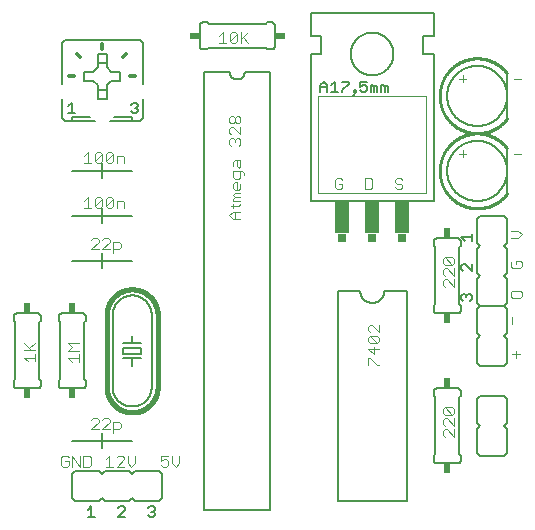
<source format=gto>
G75*
%MOIN*%
%OFA0B0*%
%FSLAX25Y25*%
%IPPOS*%
%LPD*%
%AMOC8*
5,1,8,0,0,1.08239X$1,22.5*
%
%ADD10C,0.00300*%
%ADD11C,0.00600*%
%ADD12C,0.00500*%
%ADD13C,0.00800*%
%ADD14C,0.01000*%
%ADD15R,0.02400X0.03400*%
%ADD16C,0.00200*%
%ADD17R,0.03000X0.02500*%
%ADD18R,0.05000X0.11000*%
%ADD19R,0.03400X0.02400*%
%ADD20C,0.01600*%
%ADD21C,0.01200*%
D10*
X0023200Y0020517D02*
X0023817Y0019900D01*
X0025052Y0019900D01*
X0025669Y0020517D01*
X0025669Y0021752D01*
X0024434Y0021752D01*
X0023200Y0022986D02*
X0023200Y0020517D01*
X0023200Y0022986D02*
X0023817Y0023603D01*
X0025052Y0023603D01*
X0025669Y0022986D01*
X0026883Y0023603D02*
X0026883Y0019900D01*
X0029352Y0019900D02*
X0026883Y0023603D01*
X0029352Y0023603D02*
X0029352Y0019900D01*
X0030566Y0019900D02*
X0032418Y0019900D01*
X0033035Y0020517D01*
X0033035Y0022986D01*
X0032418Y0023603D01*
X0030566Y0023603D01*
X0030566Y0019900D01*
X0037933Y0019900D02*
X0040401Y0019900D01*
X0041616Y0019900D02*
X0044084Y0022369D01*
X0044084Y0022986D01*
X0043467Y0023603D01*
X0042233Y0023603D01*
X0041616Y0022986D01*
X0039167Y0023603D02*
X0039167Y0019900D01*
X0041616Y0019900D02*
X0044084Y0019900D01*
X0045299Y0021134D02*
X0046533Y0019900D01*
X0047768Y0021134D01*
X0047768Y0023603D01*
X0045299Y0023603D02*
X0045299Y0021134D01*
X0039167Y0023603D02*
X0037933Y0022369D01*
X0040566Y0031166D02*
X0040566Y0034869D01*
X0042418Y0034869D01*
X0043035Y0034252D01*
X0043035Y0033017D01*
X0042418Y0032400D01*
X0040566Y0032400D01*
X0039352Y0032400D02*
X0036883Y0032400D01*
X0039352Y0034869D01*
X0039352Y0035486D01*
X0038735Y0036103D01*
X0037500Y0036103D01*
X0036883Y0035486D01*
X0035669Y0035486D02*
X0035052Y0036103D01*
X0033817Y0036103D01*
X0033200Y0035486D01*
X0035669Y0035486D02*
X0035669Y0034869D01*
X0033200Y0032400D01*
X0035669Y0032400D01*
X0056348Y0023603D02*
X0056348Y0021752D01*
X0057583Y0022369D01*
X0058200Y0022369D01*
X0058817Y0021752D01*
X0058817Y0020517D01*
X0058200Y0019900D01*
X0056965Y0019900D01*
X0056348Y0020517D01*
X0056348Y0023603D02*
X0058817Y0023603D01*
X0060031Y0023603D02*
X0060031Y0021134D01*
X0061266Y0019900D01*
X0062500Y0021134D01*
X0062500Y0023603D01*
X0029150Y0054900D02*
X0029150Y0057369D01*
X0029150Y0058583D02*
X0025447Y0058583D01*
X0026681Y0059818D01*
X0025447Y0061052D01*
X0029150Y0061052D01*
X0029150Y0056134D02*
X0025447Y0056134D01*
X0026681Y0054900D01*
X0014400Y0055034D02*
X0014400Y0057502D01*
X0014400Y0058717D02*
X0010697Y0058717D01*
X0012548Y0059334D02*
X0014400Y0061186D01*
X0013166Y0058717D02*
X0010697Y0061186D01*
X0010697Y0056268D02*
X0014400Y0056268D01*
X0011931Y0055034D02*
X0010697Y0056268D01*
X0040566Y0091166D02*
X0040566Y0094869D01*
X0042418Y0094869D01*
X0043035Y0094252D01*
X0043035Y0093017D01*
X0042418Y0092400D01*
X0040566Y0092400D01*
X0039352Y0092400D02*
X0036883Y0092400D01*
X0039352Y0094869D01*
X0039352Y0095486D01*
X0038735Y0096103D01*
X0037500Y0096103D01*
X0036883Y0095486D01*
X0035669Y0095486D02*
X0035052Y0096103D01*
X0033817Y0096103D01*
X0033200Y0095486D01*
X0035669Y0094869D02*
X0033200Y0092400D01*
X0035669Y0092400D01*
X0035669Y0094869D02*
X0035669Y0095486D01*
X0036235Y0106150D02*
X0035000Y0106150D01*
X0034383Y0106767D01*
X0036852Y0109236D01*
X0036852Y0106767D01*
X0036235Y0106150D01*
X0038066Y0106767D02*
X0040535Y0109236D01*
X0040535Y0106767D01*
X0039918Y0106150D01*
X0038683Y0106150D01*
X0038066Y0106767D01*
X0038066Y0109236D01*
X0038683Y0109853D01*
X0039918Y0109853D01*
X0040535Y0109236D01*
X0041749Y0108619D02*
X0043601Y0108619D01*
X0044218Y0108002D01*
X0044218Y0106150D01*
X0041749Y0106150D02*
X0041749Y0108619D01*
X0036852Y0109236D02*
X0036235Y0109853D01*
X0035000Y0109853D01*
X0034383Y0109236D01*
X0034383Y0106767D01*
X0033169Y0106150D02*
X0030700Y0106150D01*
X0031934Y0106150D02*
X0031934Y0109853D01*
X0030700Y0108619D01*
X0030700Y0121150D02*
X0033169Y0121150D01*
X0031934Y0121150D02*
X0031934Y0124853D01*
X0030700Y0123619D01*
X0034383Y0124236D02*
X0034383Y0121767D01*
X0036852Y0124236D01*
X0036852Y0121767D01*
X0036235Y0121150D01*
X0035000Y0121150D01*
X0034383Y0121767D01*
X0034383Y0124236D02*
X0035000Y0124853D01*
X0036235Y0124853D01*
X0036852Y0124236D01*
X0038066Y0124236D02*
X0038683Y0124853D01*
X0039918Y0124853D01*
X0040535Y0124236D01*
X0038066Y0121767D01*
X0038683Y0121150D01*
X0039918Y0121150D01*
X0040535Y0121767D01*
X0040535Y0124236D01*
X0041749Y0123619D02*
X0043601Y0123619D01*
X0044218Y0123002D01*
X0044218Y0121150D01*
X0041749Y0121150D02*
X0041749Y0123619D01*
X0038066Y0124236D02*
X0038066Y0121767D01*
X0079197Y0127571D02*
X0079814Y0126954D01*
X0079197Y0127571D02*
X0079197Y0128806D01*
X0079814Y0129423D01*
X0080431Y0129423D01*
X0081048Y0128806D01*
X0081666Y0129423D01*
X0082283Y0129423D01*
X0082900Y0128806D01*
X0082900Y0127571D01*
X0082283Y0126954D01*
X0081048Y0128189D02*
X0081048Y0128806D01*
X0079814Y0130637D02*
X0079197Y0131255D01*
X0079197Y0132489D01*
X0079814Y0133106D01*
X0080431Y0133106D01*
X0082900Y0130637D01*
X0082900Y0133106D01*
X0082283Y0134321D02*
X0081666Y0134321D01*
X0081048Y0134938D01*
X0081048Y0136172D01*
X0081666Y0136789D01*
X0082283Y0136789D01*
X0082900Y0136172D01*
X0082900Y0134938D01*
X0082283Y0134321D01*
X0081048Y0134938D02*
X0080431Y0134321D01*
X0079814Y0134321D01*
X0079197Y0134938D01*
X0079197Y0136172D01*
X0079814Y0136789D01*
X0080431Y0136789D01*
X0081048Y0136172D01*
X0081048Y0122057D02*
X0082900Y0122057D01*
X0082900Y0120205D01*
X0082283Y0119588D01*
X0081666Y0120205D01*
X0081666Y0122057D01*
X0081048Y0122057D02*
X0080431Y0121440D01*
X0080431Y0120205D01*
X0080431Y0118374D02*
X0080431Y0116522D01*
X0081048Y0115905D01*
X0082283Y0115905D01*
X0082900Y0116522D01*
X0082900Y0118374D01*
X0083517Y0118374D02*
X0080431Y0118374D01*
X0083517Y0118374D02*
X0084134Y0117756D01*
X0084134Y0117139D01*
X0082900Y0114073D02*
X0082900Y0112839D01*
X0082283Y0112222D01*
X0081048Y0112222D01*
X0080431Y0112839D01*
X0080431Y0114073D01*
X0081048Y0114690D01*
X0081666Y0114690D01*
X0081666Y0112222D01*
X0081048Y0111007D02*
X0082900Y0111007D01*
X0082900Y0109773D02*
X0081048Y0109773D01*
X0080431Y0110390D01*
X0081048Y0111007D01*
X0081048Y0109773D02*
X0080431Y0109156D01*
X0080431Y0108539D01*
X0082900Y0108539D01*
X0082900Y0107318D02*
X0082283Y0106700D01*
X0079814Y0106700D01*
X0080431Y0106083D02*
X0080431Y0107318D01*
X0080431Y0104869D02*
X0082900Y0104869D01*
X0081048Y0104869D02*
X0081048Y0102400D01*
X0080431Y0102400D02*
X0079197Y0103634D01*
X0080431Y0104869D01*
X0080431Y0102400D02*
X0082900Y0102400D01*
X0114450Y0113017D02*
X0115067Y0112400D01*
X0116302Y0112400D01*
X0116919Y0113017D01*
X0116919Y0114252D01*
X0115684Y0114252D01*
X0114450Y0115486D02*
X0114450Y0113017D01*
X0114450Y0115486D02*
X0115067Y0116103D01*
X0116302Y0116103D01*
X0116919Y0115486D01*
X0124450Y0116103D02*
X0124450Y0112400D01*
X0126302Y0112400D01*
X0126919Y0113017D01*
X0126919Y0115486D01*
X0126302Y0116103D01*
X0124450Y0116103D01*
X0134450Y0115486D02*
X0134450Y0114869D01*
X0135067Y0114252D01*
X0136302Y0114252D01*
X0136919Y0113634D01*
X0136919Y0113017D01*
X0136302Y0112400D01*
X0135067Y0112400D01*
X0134450Y0113017D01*
X0134450Y0115486D02*
X0135067Y0116103D01*
X0136302Y0116103D01*
X0136919Y0115486D01*
X0155700Y0124252D02*
X0158169Y0124252D01*
X0156934Y0125486D02*
X0156934Y0123017D01*
X0174116Y0124252D02*
X0176584Y0124252D01*
X0156934Y0148017D02*
X0156934Y0150486D01*
X0155700Y0149252D02*
X0158169Y0149252D01*
X0174116Y0149252D02*
X0176584Y0149252D01*
X0175416Y0098619D02*
X0172947Y0098619D01*
X0175416Y0098619D02*
X0176650Y0097384D01*
X0175416Y0096150D01*
X0172947Y0096150D01*
X0173564Y0088619D02*
X0172947Y0088002D01*
X0172947Y0086767D01*
X0173564Y0086150D01*
X0176033Y0086150D01*
X0176650Y0086767D01*
X0176650Y0088002D01*
X0176033Y0088619D01*
X0174798Y0088619D01*
X0174798Y0087384D01*
X0173564Y0078619D02*
X0172947Y0078002D01*
X0172947Y0076767D01*
X0173564Y0076150D01*
X0176033Y0076150D01*
X0176650Y0076767D01*
X0176650Y0078002D01*
X0176033Y0078619D01*
X0173564Y0078619D01*
X0173548Y0069869D02*
X0173548Y0067400D01*
X0174798Y0058619D02*
X0174798Y0056150D01*
X0173564Y0057384D02*
X0176033Y0057384D01*
X0154150Y0039118D02*
X0154150Y0037883D01*
X0153533Y0037266D01*
X0151064Y0039735D01*
X0153533Y0039735D01*
X0154150Y0039118D01*
X0153533Y0037266D02*
X0151064Y0037266D01*
X0150447Y0037883D01*
X0150447Y0039118D01*
X0151064Y0039735D01*
X0151064Y0036052D02*
X0150447Y0035435D01*
X0150447Y0034200D01*
X0151064Y0033583D01*
X0151064Y0032369D02*
X0150447Y0031752D01*
X0150447Y0030517D01*
X0151064Y0029900D01*
X0151681Y0032369D02*
X0154150Y0029900D01*
X0154150Y0032369D01*
X0154150Y0033583D02*
X0151681Y0036052D01*
X0151064Y0036052D01*
X0154150Y0036052D02*
X0154150Y0033583D01*
X0151681Y0032369D02*
X0151064Y0032369D01*
X0129150Y0053650D02*
X0128533Y0053650D01*
X0126064Y0056119D01*
X0125447Y0056119D01*
X0125447Y0053650D01*
X0127298Y0057333D02*
X0127298Y0059802D01*
X0126064Y0061016D02*
X0125447Y0061633D01*
X0125447Y0062868D01*
X0126064Y0063485D01*
X0128533Y0061016D01*
X0129150Y0061633D01*
X0129150Y0062868D01*
X0128533Y0063485D01*
X0126064Y0063485D01*
X0126064Y0064699D02*
X0125447Y0065317D01*
X0125447Y0066551D01*
X0126064Y0067168D01*
X0126681Y0067168D01*
X0129150Y0064699D01*
X0129150Y0067168D01*
X0128533Y0061016D02*
X0126064Y0061016D01*
X0125447Y0059185D02*
X0127298Y0057333D01*
X0125447Y0059185D02*
X0129150Y0059185D01*
X0150447Y0080517D02*
X0151064Y0079900D01*
X0150447Y0080517D02*
X0150447Y0081752D01*
X0151064Y0082369D01*
X0151681Y0082369D01*
X0154150Y0079900D01*
X0154150Y0082369D01*
X0154150Y0083583D02*
X0151681Y0086052D01*
X0151064Y0086052D01*
X0150447Y0085435D01*
X0150447Y0084200D01*
X0151064Y0083583D01*
X0154150Y0083583D02*
X0154150Y0086052D01*
X0153533Y0087266D02*
X0151064Y0087266D01*
X0150447Y0087883D01*
X0150447Y0089118D01*
X0151064Y0089735D01*
X0153533Y0087266D01*
X0154150Y0087883D01*
X0154150Y0089118D01*
X0153533Y0089735D01*
X0151064Y0089735D01*
X0085535Y0161150D02*
X0083683Y0163002D01*
X0083066Y0162384D02*
X0085535Y0164853D01*
X0083066Y0164853D02*
X0083066Y0161150D01*
X0081852Y0161767D02*
X0081235Y0161150D01*
X0080000Y0161150D01*
X0079383Y0161767D01*
X0081852Y0164236D01*
X0081852Y0161767D01*
X0079383Y0161767D02*
X0079383Y0164236D01*
X0080000Y0164853D01*
X0081235Y0164853D01*
X0081852Y0164236D01*
X0078169Y0161150D02*
X0075700Y0161150D01*
X0076934Y0161150D02*
X0076934Y0164853D01*
X0075700Y0163619D01*
D11*
X0072300Y0167500D02*
X0091300Y0167500D01*
X0091800Y0168000D01*
X0093300Y0168000D01*
X0093360Y0167998D01*
X0093421Y0167993D01*
X0093480Y0167984D01*
X0093539Y0167971D01*
X0093598Y0167955D01*
X0093655Y0167935D01*
X0093710Y0167912D01*
X0093765Y0167885D01*
X0093817Y0167856D01*
X0093868Y0167823D01*
X0093917Y0167787D01*
X0093963Y0167749D01*
X0094007Y0167707D01*
X0094049Y0167663D01*
X0094087Y0167617D01*
X0094123Y0167568D01*
X0094156Y0167517D01*
X0094185Y0167465D01*
X0094212Y0167410D01*
X0094235Y0167355D01*
X0094255Y0167298D01*
X0094271Y0167239D01*
X0094284Y0167180D01*
X0094293Y0167121D01*
X0094298Y0167060D01*
X0094300Y0167000D01*
X0094300Y0160000D01*
X0094298Y0159940D01*
X0094293Y0159879D01*
X0094284Y0159820D01*
X0094271Y0159761D01*
X0094255Y0159702D01*
X0094235Y0159645D01*
X0094212Y0159590D01*
X0094185Y0159535D01*
X0094156Y0159483D01*
X0094123Y0159432D01*
X0094087Y0159383D01*
X0094049Y0159337D01*
X0094007Y0159293D01*
X0093963Y0159251D01*
X0093917Y0159213D01*
X0093868Y0159177D01*
X0093817Y0159144D01*
X0093765Y0159115D01*
X0093710Y0159088D01*
X0093655Y0159065D01*
X0093598Y0159045D01*
X0093539Y0159029D01*
X0093480Y0159016D01*
X0093421Y0159007D01*
X0093360Y0159002D01*
X0093300Y0159000D01*
X0091800Y0159000D01*
X0091300Y0159500D01*
X0072300Y0159500D01*
X0071800Y0159000D01*
X0070300Y0159000D01*
X0070240Y0159002D01*
X0070179Y0159007D01*
X0070120Y0159016D01*
X0070061Y0159029D01*
X0070002Y0159045D01*
X0069945Y0159065D01*
X0069890Y0159088D01*
X0069835Y0159115D01*
X0069783Y0159144D01*
X0069732Y0159177D01*
X0069683Y0159213D01*
X0069637Y0159251D01*
X0069593Y0159293D01*
X0069551Y0159337D01*
X0069513Y0159383D01*
X0069477Y0159432D01*
X0069444Y0159483D01*
X0069415Y0159535D01*
X0069388Y0159590D01*
X0069365Y0159645D01*
X0069345Y0159702D01*
X0069329Y0159761D01*
X0069316Y0159820D01*
X0069307Y0159879D01*
X0069302Y0159940D01*
X0069300Y0160000D01*
X0069300Y0167000D01*
X0069302Y0167060D01*
X0069307Y0167121D01*
X0069316Y0167180D01*
X0069329Y0167239D01*
X0069345Y0167298D01*
X0069365Y0167355D01*
X0069388Y0167410D01*
X0069415Y0167465D01*
X0069444Y0167517D01*
X0069477Y0167568D01*
X0069513Y0167617D01*
X0069551Y0167663D01*
X0069593Y0167707D01*
X0069637Y0167749D01*
X0069683Y0167787D01*
X0069732Y0167823D01*
X0069783Y0167856D01*
X0069835Y0167885D01*
X0069890Y0167912D01*
X0069945Y0167935D01*
X0070002Y0167955D01*
X0070061Y0167971D01*
X0070120Y0167984D01*
X0070179Y0167993D01*
X0070240Y0167998D01*
X0070300Y0168000D01*
X0071800Y0168000D01*
X0072300Y0167500D01*
X0070800Y0151500D02*
X0070800Y0005500D01*
X0092800Y0005500D01*
X0092800Y0151500D01*
X0084300Y0151500D01*
X0084298Y0151402D01*
X0084292Y0151304D01*
X0084283Y0151206D01*
X0084269Y0151109D01*
X0084252Y0151012D01*
X0084231Y0150916D01*
X0084206Y0150821D01*
X0084178Y0150727D01*
X0084145Y0150635D01*
X0084110Y0150543D01*
X0084070Y0150453D01*
X0084028Y0150365D01*
X0083981Y0150278D01*
X0083932Y0150194D01*
X0083879Y0150111D01*
X0083823Y0150031D01*
X0083763Y0149952D01*
X0083701Y0149876D01*
X0083636Y0149803D01*
X0083568Y0149732D01*
X0083497Y0149664D01*
X0083424Y0149599D01*
X0083348Y0149537D01*
X0083269Y0149477D01*
X0083189Y0149421D01*
X0083106Y0149368D01*
X0083022Y0149319D01*
X0082935Y0149272D01*
X0082847Y0149230D01*
X0082757Y0149190D01*
X0082665Y0149155D01*
X0082573Y0149122D01*
X0082479Y0149094D01*
X0082384Y0149069D01*
X0082288Y0149048D01*
X0082191Y0149031D01*
X0082094Y0149017D01*
X0081996Y0149008D01*
X0081898Y0149002D01*
X0081800Y0149000D01*
X0081702Y0149002D01*
X0081604Y0149008D01*
X0081506Y0149017D01*
X0081409Y0149031D01*
X0081312Y0149048D01*
X0081216Y0149069D01*
X0081121Y0149094D01*
X0081027Y0149122D01*
X0080935Y0149155D01*
X0080843Y0149190D01*
X0080753Y0149230D01*
X0080665Y0149272D01*
X0080578Y0149319D01*
X0080494Y0149368D01*
X0080411Y0149421D01*
X0080331Y0149477D01*
X0080252Y0149537D01*
X0080176Y0149599D01*
X0080103Y0149664D01*
X0080032Y0149732D01*
X0079964Y0149803D01*
X0079899Y0149876D01*
X0079837Y0149952D01*
X0079777Y0150031D01*
X0079721Y0150111D01*
X0079668Y0150194D01*
X0079619Y0150278D01*
X0079572Y0150365D01*
X0079530Y0150453D01*
X0079490Y0150543D01*
X0079455Y0150635D01*
X0079422Y0150727D01*
X0079394Y0150821D01*
X0079369Y0150916D01*
X0079348Y0151012D01*
X0079331Y0151109D01*
X0079317Y0151206D01*
X0079308Y0151304D01*
X0079302Y0151402D01*
X0079300Y0151500D01*
X0070800Y0151500D01*
X0050300Y0147500D02*
X0050300Y0161000D01*
X0049300Y0162000D01*
X0024300Y0162000D01*
X0023300Y0161000D01*
X0023300Y0147500D01*
X0023300Y0142500D02*
X0023300Y0136000D01*
X0024300Y0135000D01*
X0026800Y0135000D01*
X0034300Y0135000D01*
X0032800Y0136500D02*
X0026800Y0136500D01*
X0026800Y0135000D01*
X0035300Y0142500D02*
X0035300Y0145500D01*
X0038300Y0145500D01*
X0038300Y0147000D01*
X0039800Y0148500D01*
X0042800Y0148500D01*
X0042800Y0151500D01*
X0039800Y0151500D01*
X0038300Y0153000D01*
X0038300Y0154500D01*
X0038300Y0157500D01*
X0035300Y0157500D01*
X0035300Y0154500D01*
X0035300Y0153000D01*
X0033800Y0151500D01*
X0030800Y0151500D01*
X0030800Y0148500D01*
X0033800Y0148500D01*
X0035300Y0147000D01*
X0035300Y0145500D01*
X0038300Y0145500D02*
X0038300Y0142500D01*
X0035300Y0142500D01*
X0040800Y0136500D02*
X0046800Y0136500D01*
X0046800Y0135000D01*
X0049300Y0135000D01*
X0050300Y0136000D01*
X0050300Y0142500D01*
X0046800Y0135000D02*
X0039300Y0135000D01*
X0038300Y0154500D02*
X0035300Y0154500D01*
X0115300Y0078500D02*
X0122800Y0078500D01*
X0122802Y0078374D01*
X0122808Y0078249D01*
X0122818Y0078124D01*
X0122832Y0077999D01*
X0122849Y0077874D01*
X0122871Y0077750D01*
X0122896Y0077627D01*
X0122926Y0077505D01*
X0122959Y0077384D01*
X0122996Y0077264D01*
X0123036Y0077145D01*
X0123081Y0077028D01*
X0123129Y0076911D01*
X0123181Y0076797D01*
X0123236Y0076684D01*
X0123295Y0076573D01*
X0123357Y0076464D01*
X0123423Y0076357D01*
X0123492Y0076252D01*
X0123564Y0076149D01*
X0123639Y0076048D01*
X0123718Y0075950D01*
X0123800Y0075855D01*
X0123884Y0075762D01*
X0123972Y0075672D01*
X0124062Y0075584D01*
X0124155Y0075500D01*
X0124250Y0075418D01*
X0124348Y0075339D01*
X0124449Y0075264D01*
X0124552Y0075192D01*
X0124657Y0075123D01*
X0124764Y0075057D01*
X0124873Y0074995D01*
X0124984Y0074936D01*
X0125097Y0074881D01*
X0125211Y0074829D01*
X0125328Y0074781D01*
X0125445Y0074736D01*
X0125564Y0074696D01*
X0125684Y0074659D01*
X0125805Y0074626D01*
X0125927Y0074596D01*
X0126050Y0074571D01*
X0126174Y0074549D01*
X0126299Y0074532D01*
X0126424Y0074518D01*
X0126549Y0074508D01*
X0126674Y0074502D01*
X0126800Y0074500D01*
X0126926Y0074502D01*
X0127051Y0074508D01*
X0127176Y0074518D01*
X0127301Y0074532D01*
X0127426Y0074549D01*
X0127550Y0074571D01*
X0127673Y0074596D01*
X0127795Y0074626D01*
X0127916Y0074659D01*
X0128036Y0074696D01*
X0128155Y0074736D01*
X0128272Y0074781D01*
X0128389Y0074829D01*
X0128503Y0074881D01*
X0128616Y0074936D01*
X0128727Y0074995D01*
X0128836Y0075057D01*
X0128943Y0075123D01*
X0129048Y0075192D01*
X0129151Y0075264D01*
X0129252Y0075339D01*
X0129350Y0075418D01*
X0129445Y0075500D01*
X0129538Y0075584D01*
X0129628Y0075672D01*
X0129716Y0075762D01*
X0129800Y0075855D01*
X0129882Y0075950D01*
X0129961Y0076048D01*
X0130036Y0076149D01*
X0130108Y0076252D01*
X0130177Y0076357D01*
X0130243Y0076464D01*
X0130305Y0076573D01*
X0130364Y0076684D01*
X0130419Y0076797D01*
X0130471Y0076911D01*
X0130519Y0077028D01*
X0130564Y0077145D01*
X0130604Y0077264D01*
X0130641Y0077384D01*
X0130674Y0077505D01*
X0130704Y0077627D01*
X0130729Y0077750D01*
X0130751Y0077874D01*
X0130768Y0077999D01*
X0130782Y0078124D01*
X0130792Y0078249D01*
X0130798Y0078374D01*
X0130800Y0078500D01*
X0138300Y0078500D01*
X0138300Y0008500D01*
X0115300Y0008500D01*
X0115300Y0078500D01*
X0147300Y0073500D02*
X0147300Y0072000D01*
X0147302Y0071940D01*
X0147307Y0071879D01*
X0147316Y0071820D01*
X0147329Y0071761D01*
X0147345Y0071702D01*
X0147365Y0071645D01*
X0147388Y0071590D01*
X0147415Y0071535D01*
X0147444Y0071483D01*
X0147477Y0071432D01*
X0147513Y0071383D01*
X0147551Y0071337D01*
X0147593Y0071293D01*
X0147637Y0071251D01*
X0147683Y0071213D01*
X0147732Y0071177D01*
X0147783Y0071144D01*
X0147835Y0071115D01*
X0147890Y0071088D01*
X0147945Y0071065D01*
X0148002Y0071045D01*
X0148061Y0071029D01*
X0148120Y0071016D01*
X0148179Y0071007D01*
X0148240Y0071002D01*
X0148300Y0071000D01*
X0155300Y0071000D01*
X0155360Y0071002D01*
X0155421Y0071007D01*
X0155480Y0071016D01*
X0155539Y0071029D01*
X0155598Y0071045D01*
X0155655Y0071065D01*
X0155710Y0071088D01*
X0155765Y0071115D01*
X0155817Y0071144D01*
X0155868Y0071177D01*
X0155917Y0071213D01*
X0155963Y0071251D01*
X0156007Y0071293D01*
X0156049Y0071337D01*
X0156087Y0071383D01*
X0156123Y0071432D01*
X0156156Y0071483D01*
X0156185Y0071535D01*
X0156212Y0071590D01*
X0156235Y0071645D01*
X0156255Y0071702D01*
X0156271Y0071761D01*
X0156284Y0071820D01*
X0156293Y0071879D01*
X0156298Y0071940D01*
X0156300Y0072000D01*
X0156300Y0073500D01*
X0155800Y0074000D01*
X0155800Y0093000D01*
X0156300Y0093500D01*
X0156300Y0095000D01*
X0156298Y0095060D01*
X0156293Y0095121D01*
X0156284Y0095180D01*
X0156271Y0095239D01*
X0156255Y0095298D01*
X0156235Y0095355D01*
X0156212Y0095410D01*
X0156185Y0095465D01*
X0156156Y0095517D01*
X0156123Y0095568D01*
X0156087Y0095617D01*
X0156049Y0095663D01*
X0156007Y0095707D01*
X0155963Y0095749D01*
X0155917Y0095787D01*
X0155868Y0095823D01*
X0155817Y0095856D01*
X0155765Y0095885D01*
X0155710Y0095912D01*
X0155655Y0095935D01*
X0155598Y0095955D01*
X0155539Y0095971D01*
X0155480Y0095984D01*
X0155421Y0095993D01*
X0155360Y0095998D01*
X0155300Y0096000D01*
X0148300Y0096000D01*
X0148240Y0095998D01*
X0148179Y0095993D01*
X0148120Y0095984D01*
X0148061Y0095971D01*
X0148002Y0095955D01*
X0147945Y0095935D01*
X0147890Y0095912D01*
X0147835Y0095885D01*
X0147783Y0095856D01*
X0147732Y0095823D01*
X0147683Y0095787D01*
X0147637Y0095749D01*
X0147593Y0095707D01*
X0147551Y0095663D01*
X0147513Y0095617D01*
X0147477Y0095568D01*
X0147444Y0095517D01*
X0147415Y0095465D01*
X0147388Y0095410D01*
X0147365Y0095355D01*
X0147345Y0095298D01*
X0147329Y0095239D01*
X0147316Y0095180D01*
X0147307Y0095121D01*
X0147302Y0095060D01*
X0147300Y0095000D01*
X0147300Y0093500D01*
X0147800Y0093000D01*
X0147800Y0074000D01*
X0147300Y0073500D01*
X0161800Y0072500D02*
X0161800Y0064500D01*
X0162800Y0063500D01*
X0161800Y0062500D01*
X0161800Y0054500D01*
X0162800Y0053500D01*
X0170800Y0053500D01*
X0171800Y0054500D01*
X0171800Y0062500D01*
X0170800Y0063500D01*
X0171800Y0064500D01*
X0171800Y0072500D01*
X0170800Y0073500D01*
X0162800Y0073500D01*
X0161800Y0072500D01*
X0162800Y0073500D02*
X0170800Y0073500D01*
X0171800Y0074500D01*
X0171800Y0082500D01*
X0170800Y0083500D01*
X0171800Y0084500D01*
X0171800Y0092500D01*
X0170800Y0093500D01*
X0171800Y0094500D01*
X0171800Y0102500D01*
X0170800Y0103500D01*
X0162800Y0103500D01*
X0161800Y0102500D01*
X0161800Y0094500D01*
X0162800Y0093500D01*
X0161800Y0092500D01*
X0161800Y0084500D01*
X0162800Y0083500D01*
X0161800Y0082500D01*
X0161800Y0074500D01*
X0162800Y0073500D01*
X0155300Y0046000D02*
X0148300Y0046000D01*
X0148240Y0045998D01*
X0148179Y0045993D01*
X0148120Y0045984D01*
X0148061Y0045971D01*
X0148002Y0045955D01*
X0147945Y0045935D01*
X0147890Y0045912D01*
X0147835Y0045885D01*
X0147783Y0045856D01*
X0147732Y0045823D01*
X0147683Y0045787D01*
X0147637Y0045749D01*
X0147593Y0045707D01*
X0147551Y0045663D01*
X0147513Y0045617D01*
X0147477Y0045568D01*
X0147444Y0045517D01*
X0147415Y0045465D01*
X0147388Y0045410D01*
X0147365Y0045355D01*
X0147345Y0045298D01*
X0147329Y0045239D01*
X0147316Y0045180D01*
X0147307Y0045121D01*
X0147302Y0045060D01*
X0147300Y0045000D01*
X0147300Y0043500D01*
X0147800Y0043000D01*
X0147800Y0024000D01*
X0147300Y0023500D01*
X0147300Y0022000D01*
X0147302Y0021940D01*
X0147307Y0021879D01*
X0147316Y0021820D01*
X0147329Y0021761D01*
X0147345Y0021702D01*
X0147365Y0021645D01*
X0147388Y0021590D01*
X0147415Y0021535D01*
X0147444Y0021483D01*
X0147477Y0021432D01*
X0147513Y0021383D01*
X0147551Y0021337D01*
X0147593Y0021293D01*
X0147637Y0021251D01*
X0147683Y0021213D01*
X0147732Y0021177D01*
X0147783Y0021144D01*
X0147835Y0021115D01*
X0147890Y0021088D01*
X0147945Y0021065D01*
X0148002Y0021045D01*
X0148061Y0021029D01*
X0148120Y0021016D01*
X0148179Y0021007D01*
X0148240Y0021002D01*
X0148300Y0021000D01*
X0155300Y0021000D01*
X0155360Y0021002D01*
X0155421Y0021007D01*
X0155480Y0021016D01*
X0155539Y0021029D01*
X0155598Y0021045D01*
X0155655Y0021065D01*
X0155710Y0021088D01*
X0155765Y0021115D01*
X0155817Y0021144D01*
X0155868Y0021177D01*
X0155917Y0021213D01*
X0155963Y0021251D01*
X0156007Y0021293D01*
X0156049Y0021337D01*
X0156087Y0021383D01*
X0156123Y0021432D01*
X0156156Y0021483D01*
X0156185Y0021535D01*
X0156212Y0021590D01*
X0156235Y0021645D01*
X0156255Y0021702D01*
X0156271Y0021761D01*
X0156284Y0021820D01*
X0156293Y0021879D01*
X0156298Y0021940D01*
X0156300Y0022000D01*
X0156300Y0023500D01*
X0155800Y0024000D01*
X0155800Y0043000D01*
X0156300Y0043500D01*
X0156300Y0045000D01*
X0156298Y0045060D01*
X0156293Y0045121D01*
X0156284Y0045180D01*
X0156271Y0045239D01*
X0156255Y0045298D01*
X0156235Y0045355D01*
X0156212Y0045410D01*
X0156185Y0045465D01*
X0156156Y0045517D01*
X0156123Y0045568D01*
X0156087Y0045617D01*
X0156049Y0045663D01*
X0156007Y0045707D01*
X0155963Y0045749D01*
X0155917Y0045787D01*
X0155868Y0045823D01*
X0155817Y0045856D01*
X0155765Y0045885D01*
X0155710Y0045912D01*
X0155655Y0045935D01*
X0155598Y0045955D01*
X0155539Y0045971D01*
X0155480Y0045984D01*
X0155421Y0045993D01*
X0155360Y0045998D01*
X0155300Y0046000D01*
X0161800Y0042500D02*
X0161800Y0034500D01*
X0162800Y0033500D01*
X0161800Y0032500D01*
X0161800Y0024500D01*
X0162800Y0023500D01*
X0170800Y0023500D01*
X0171800Y0024500D01*
X0171800Y0032500D01*
X0170800Y0033500D01*
X0171800Y0034500D01*
X0171800Y0042500D01*
X0170800Y0043500D01*
X0162800Y0043500D01*
X0161800Y0042500D01*
X0151800Y0118500D02*
X0151803Y0118745D01*
X0151812Y0118991D01*
X0151827Y0119236D01*
X0151848Y0119480D01*
X0151875Y0119724D01*
X0151908Y0119967D01*
X0151947Y0120210D01*
X0151992Y0120451D01*
X0152043Y0120691D01*
X0152100Y0120930D01*
X0152162Y0121167D01*
X0152231Y0121403D01*
X0152305Y0121637D01*
X0152385Y0121869D01*
X0152470Y0122099D01*
X0152561Y0122327D01*
X0152658Y0122552D01*
X0152760Y0122776D01*
X0152868Y0122996D01*
X0152981Y0123214D01*
X0153099Y0123429D01*
X0153223Y0123641D01*
X0153351Y0123850D01*
X0153485Y0124056D01*
X0153624Y0124258D01*
X0153768Y0124457D01*
X0153917Y0124652D01*
X0154070Y0124844D01*
X0154228Y0125032D01*
X0154390Y0125216D01*
X0154558Y0125395D01*
X0154729Y0125571D01*
X0154905Y0125742D01*
X0155084Y0125910D01*
X0155268Y0126072D01*
X0155456Y0126230D01*
X0155648Y0126383D01*
X0155843Y0126532D01*
X0156042Y0126676D01*
X0156244Y0126815D01*
X0156450Y0126949D01*
X0156659Y0127077D01*
X0156871Y0127201D01*
X0157086Y0127319D01*
X0157304Y0127432D01*
X0157524Y0127540D01*
X0157748Y0127642D01*
X0157973Y0127739D01*
X0158201Y0127830D01*
X0158431Y0127915D01*
X0158663Y0127995D01*
X0158897Y0128069D01*
X0159133Y0128138D01*
X0159370Y0128200D01*
X0159609Y0128257D01*
X0159849Y0128308D01*
X0160090Y0128353D01*
X0160333Y0128392D01*
X0160576Y0128425D01*
X0160820Y0128452D01*
X0161064Y0128473D01*
X0161309Y0128488D01*
X0161555Y0128497D01*
X0161800Y0128500D01*
X0162045Y0128497D01*
X0162291Y0128488D01*
X0162536Y0128473D01*
X0162780Y0128452D01*
X0163024Y0128425D01*
X0163267Y0128392D01*
X0163510Y0128353D01*
X0163751Y0128308D01*
X0163991Y0128257D01*
X0164230Y0128200D01*
X0164467Y0128138D01*
X0164703Y0128069D01*
X0164937Y0127995D01*
X0165169Y0127915D01*
X0165399Y0127830D01*
X0165627Y0127739D01*
X0165852Y0127642D01*
X0166076Y0127540D01*
X0166296Y0127432D01*
X0166514Y0127319D01*
X0166729Y0127201D01*
X0166941Y0127077D01*
X0167150Y0126949D01*
X0167356Y0126815D01*
X0167558Y0126676D01*
X0167757Y0126532D01*
X0167952Y0126383D01*
X0168144Y0126230D01*
X0168332Y0126072D01*
X0168516Y0125910D01*
X0168695Y0125742D01*
X0168871Y0125571D01*
X0169042Y0125395D01*
X0169210Y0125216D01*
X0169372Y0125032D01*
X0169530Y0124844D01*
X0169683Y0124652D01*
X0169832Y0124457D01*
X0169976Y0124258D01*
X0170115Y0124056D01*
X0170249Y0123850D01*
X0170377Y0123641D01*
X0170501Y0123429D01*
X0170619Y0123214D01*
X0170732Y0122996D01*
X0170840Y0122776D01*
X0170942Y0122552D01*
X0171039Y0122327D01*
X0171130Y0122099D01*
X0171215Y0121869D01*
X0171295Y0121637D01*
X0171369Y0121403D01*
X0171438Y0121167D01*
X0171500Y0120930D01*
X0171557Y0120691D01*
X0171608Y0120451D01*
X0171653Y0120210D01*
X0171692Y0119967D01*
X0171725Y0119724D01*
X0171752Y0119480D01*
X0171773Y0119236D01*
X0171788Y0118991D01*
X0171797Y0118745D01*
X0171800Y0118500D01*
X0171797Y0118255D01*
X0171788Y0118009D01*
X0171773Y0117764D01*
X0171752Y0117520D01*
X0171725Y0117276D01*
X0171692Y0117033D01*
X0171653Y0116790D01*
X0171608Y0116549D01*
X0171557Y0116309D01*
X0171500Y0116070D01*
X0171438Y0115833D01*
X0171369Y0115597D01*
X0171295Y0115363D01*
X0171215Y0115131D01*
X0171130Y0114901D01*
X0171039Y0114673D01*
X0170942Y0114448D01*
X0170840Y0114224D01*
X0170732Y0114004D01*
X0170619Y0113786D01*
X0170501Y0113571D01*
X0170377Y0113359D01*
X0170249Y0113150D01*
X0170115Y0112944D01*
X0169976Y0112742D01*
X0169832Y0112543D01*
X0169683Y0112348D01*
X0169530Y0112156D01*
X0169372Y0111968D01*
X0169210Y0111784D01*
X0169042Y0111605D01*
X0168871Y0111429D01*
X0168695Y0111258D01*
X0168516Y0111090D01*
X0168332Y0110928D01*
X0168144Y0110770D01*
X0167952Y0110617D01*
X0167757Y0110468D01*
X0167558Y0110324D01*
X0167356Y0110185D01*
X0167150Y0110051D01*
X0166941Y0109923D01*
X0166729Y0109799D01*
X0166514Y0109681D01*
X0166296Y0109568D01*
X0166076Y0109460D01*
X0165852Y0109358D01*
X0165627Y0109261D01*
X0165399Y0109170D01*
X0165169Y0109085D01*
X0164937Y0109005D01*
X0164703Y0108931D01*
X0164467Y0108862D01*
X0164230Y0108800D01*
X0163991Y0108743D01*
X0163751Y0108692D01*
X0163510Y0108647D01*
X0163267Y0108608D01*
X0163024Y0108575D01*
X0162780Y0108548D01*
X0162536Y0108527D01*
X0162291Y0108512D01*
X0162045Y0108503D01*
X0161800Y0108500D01*
X0161555Y0108503D01*
X0161309Y0108512D01*
X0161064Y0108527D01*
X0160820Y0108548D01*
X0160576Y0108575D01*
X0160333Y0108608D01*
X0160090Y0108647D01*
X0159849Y0108692D01*
X0159609Y0108743D01*
X0159370Y0108800D01*
X0159133Y0108862D01*
X0158897Y0108931D01*
X0158663Y0109005D01*
X0158431Y0109085D01*
X0158201Y0109170D01*
X0157973Y0109261D01*
X0157748Y0109358D01*
X0157524Y0109460D01*
X0157304Y0109568D01*
X0157086Y0109681D01*
X0156871Y0109799D01*
X0156659Y0109923D01*
X0156450Y0110051D01*
X0156244Y0110185D01*
X0156042Y0110324D01*
X0155843Y0110468D01*
X0155648Y0110617D01*
X0155456Y0110770D01*
X0155268Y0110928D01*
X0155084Y0111090D01*
X0154905Y0111258D01*
X0154729Y0111429D01*
X0154558Y0111605D01*
X0154390Y0111784D01*
X0154228Y0111968D01*
X0154070Y0112156D01*
X0153917Y0112348D01*
X0153768Y0112543D01*
X0153624Y0112742D01*
X0153485Y0112944D01*
X0153351Y0113150D01*
X0153223Y0113359D01*
X0153099Y0113571D01*
X0152981Y0113786D01*
X0152868Y0114004D01*
X0152760Y0114224D01*
X0152658Y0114448D01*
X0152561Y0114673D01*
X0152470Y0114901D01*
X0152385Y0115131D01*
X0152305Y0115363D01*
X0152231Y0115597D01*
X0152162Y0115833D01*
X0152100Y0116070D01*
X0152043Y0116309D01*
X0151992Y0116549D01*
X0151947Y0116790D01*
X0151908Y0117033D01*
X0151875Y0117276D01*
X0151848Y0117520D01*
X0151827Y0117764D01*
X0151812Y0118009D01*
X0151803Y0118255D01*
X0151800Y0118500D01*
X0151800Y0143500D02*
X0151803Y0143745D01*
X0151812Y0143991D01*
X0151827Y0144236D01*
X0151848Y0144480D01*
X0151875Y0144724D01*
X0151908Y0144967D01*
X0151947Y0145210D01*
X0151992Y0145451D01*
X0152043Y0145691D01*
X0152100Y0145930D01*
X0152162Y0146167D01*
X0152231Y0146403D01*
X0152305Y0146637D01*
X0152385Y0146869D01*
X0152470Y0147099D01*
X0152561Y0147327D01*
X0152658Y0147552D01*
X0152760Y0147776D01*
X0152868Y0147996D01*
X0152981Y0148214D01*
X0153099Y0148429D01*
X0153223Y0148641D01*
X0153351Y0148850D01*
X0153485Y0149056D01*
X0153624Y0149258D01*
X0153768Y0149457D01*
X0153917Y0149652D01*
X0154070Y0149844D01*
X0154228Y0150032D01*
X0154390Y0150216D01*
X0154558Y0150395D01*
X0154729Y0150571D01*
X0154905Y0150742D01*
X0155084Y0150910D01*
X0155268Y0151072D01*
X0155456Y0151230D01*
X0155648Y0151383D01*
X0155843Y0151532D01*
X0156042Y0151676D01*
X0156244Y0151815D01*
X0156450Y0151949D01*
X0156659Y0152077D01*
X0156871Y0152201D01*
X0157086Y0152319D01*
X0157304Y0152432D01*
X0157524Y0152540D01*
X0157748Y0152642D01*
X0157973Y0152739D01*
X0158201Y0152830D01*
X0158431Y0152915D01*
X0158663Y0152995D01*
X0158897Y0153069D01*
X0159133Y0153138D01*
X0159370Y0153200D01*
X0159609Y0153257D01*
X0159849Y0153308D01*
X0160090Y0153353D01*
X0160333Y0153392D01*
X0160576Y0153425D01*
X0160820Y0153452D01*
X0161064Y0153473D01*
X0161309Y0153488D01*
X0161555Y0153497D01*
X0161800Y0153500D01*
X0162045Y0153497D01*
X0162291Y0153488D01*
X0162536Y0153473D01*
X0162780Y0153452D01*
X0163024Y0153425D01*
X0163267Y0153392D01*
X0163510Y0153353D01*
X0163751Y0153308D01*
X0163991Y0153257D01*
X0164230Y0153200D01*
X0164467Y0153138D01*
X0164703Y0153069D01*
X0164937Y0152995D01*
X0165169Y0152915D01*
X0165399Y0152830D01*
X0165627Y0152739D01*
X0165852Y0152642D01*
X0166076Y0152540D01*
X0166296Y0152432D01*
X0166514Y0152319D01*
X0166729Y0152201D01*
X0166941Y0152077D01*
X0167150Y0151949D01*
X0167356Y0151815D01*
X0167558Y0151676D01*
X0167757Y0151532D01*
X0167952Y0151383D01*
X0168144Y0151230D01*
X0168332Y0151072D01*
X0168516Y0150910D01*
X0168695Y0150742D01*
X0168871Y0150571D01*
X0169042Y0150395D01*
X0169210Y0150216D01*
X0169372Y0150032D01*
X0169530Y0149844D01*
X0169683Y0149652D01*
X0169832Y0149457D01*
X0169976Y0149258D01*
X0170115Y0149056D01*
X0170249Y0148850D01*
X0170377Y0148641D01*
X0170501Y0148429D01*
X0170619Y0148214D01*
X0170732Y0147996D01*
X0170840Y0147776D01*
X0170942Y0147552D01*
X0171039Y0147327D01*
X0171130Y0147099D01*
X0171215Y0146869D01*
X0171295Y0146637D01*
X0171369Y0146403D01*
X0171438Y0146167D01*
X0171500Y0145930D01*
X0171557Y0145691D01*
X0171608Y0145451D01*
X0171653Y0145210D01*
X0171692Y0144967D01*
X0171725Y0144724D01*
X0171752Y0144480D01*
X0171773Y0144236D01*
X0171788Y0143991D01*
X0171797Y0143745D01*
X0171800Y0143500D01*
X0171797Y0143255D01*
X0171788Y0143009D01*
X0171773Y0142764D01*
X0171752Y0142520D01*
X0171725Y0142276D01*
X0171692Y0142033D01*
X0171653Y0141790D01*
X0171608Y0141549D01*
X0171557Y0141309D01*
X0171500Y0141070D01*
X0171438Y0140833D01*
X0171369Y0140597D01*
X0171295Y0140363D01*
X0171215Y0140131D01*
X0171130Y0139901D01*
X0171039Y0139673D01*
X0170942Y0139448D01*
X0170840Y0139224D01*
X0170732Y0139004D01*
X0170619Y0138786D01*
X0170501Y0138571D01*
X0170377Y0138359D01*
X0170249Y0138150D01*
X0170115Y0137944D01*
X0169976Y0137742D01*
X0169832Y0137543D01*
X0169683Y0137348D01*
X0169530Y0137156D01*
X0169372Y0136968D01*
X0169210Y0136784D01*
X0169042Y0136605D01*
X0168871Y0136429D01*
X0168695Y0136258D01*
X0168516Y0136090D01*
X0168332Y0135928D01*
X0168144Y0135770D01*
X0167952Y0135617D01*
X0167757Y0135468D01*
X0167558Y0135324D01*
X0167356Y0135185D01*
X0167150Y0135051D01*
X0166941Y0134923D01*
X0166729Y0134799D01*
X0166514Y0134681D01*
X0166296Y0134568D01*
X0166076Y0134460D01*
X0165852Y0134358D01*
X0165627Y0134261D01*
X0165399Y0134170D01*
X0165169Y0134085D01*
X0164937Y0134005D01*
X0164703Y0133931D01*
X0164467Y0133862D01*
X0164230Y0133800D01*
X0163991Y0133743D01*
X0163751Y0133692D01*
X0163510Y0133647D01*
X0163267Y0133608D01*
X0163024Y0133575D01*
X0162780Y0133548D01*
X0162536Y0133527D01*
X0162291Y0133512D01*
X0162045Y0133503D01*
X0161800Y0133500D01*
X0161555Y0133503D01*
X0161309Y0133512D01*
X0161064Y0133527D01*
X0160820Y0133548D01*
X0160576Y0133575D01*
X0160333Y0133608D01*
X0160090Y0133647D01*
X0159849Y0133692D01*
X0159609Y0133743D01*
X0159370Y0133800D01*
X0159133Y0133862D01*
X0158897Y0133931D01*
X0158663Y0134005D01*
X0158431Y0134085D01*
X0158201Y0134170D01*
X0157973Y0134261D01*
X0157748Y0134358D01*
X0157524Y0134460D01*
X0157304Y0134568D01*
X0157086Y0134681D01*
X0156871Y0134799D01*
X0156659Y0134923D01*
X0156450Y0135051D01*
X0156244Y0135185D01*
X0156042Y0135324D01*
X0155843Y0135468D01*
X0155648Y0135617D01*
X0155456Y0135770D01*
X0155268Y0135928D01*
X0155084Y0136090D01*
X0154905Y0136258D01*
X0154729Y0136429D01*
X0154558Y0136605D01*
X0154390Y0136784D01*
X0154228Y0136968D01*
X0154070Y0137156D01*
X0153917Y0137348D01*
X0153768Y0137543D01*
X0153624Y0137742D01*
X0153485Y0137944D01*
X0153351Y0138150D01*
X0153223Y0138359D01*
X0153099Y0138571D01*
X0152981Y0138786D01*
X0152868Y0139004D01*
X0152760Y0139224D01*
X0152658Y0139448D01*
X0152561Y0139673D01*
X0152470Y0139901D01*
X0152385Y0140131D01*
X0152305Y0140363D01*
X0152231Y0140597D01*
X0152162Y0140833D01*
X0152100Y0141070D01*
X0152043Y0141309D01*
X0151992Y0141549D01*
X0151947Y0141790D01*
X0151908Y0142033D01*
X0151875Y0142276D01*
X0151848Y0142520D01*
X0151827Y0142764D01*
X0151812Y0143009D01*
X0151803Y0143255D01*
X0151800Y0143500D01*
X0053300Y0070500D02*
X0053300Y0046500D01*
X0053298Y0046340D01*
X0053292Y0046181D01*
X0053282Y0046022D01*
X0053269Y0045863D01*
X0053251Y0045704D01*
X0053230Y0045546D01*
X0053204Y0045389D01*
X0053175Y0045232D01*
X0053142Y0045076D01*
X0053105Y0044921D01*
X0053065Y0044766D01*
X0053020Y0044613D01*
X0052972Y0044461D01*
X0052920Y0044310D01*
X0052864Y0044161D01*
X0052805Y0044013D01*
X0052742Y0043866D01*
X0052676Y0043721D01*
X0052606Y0043578D01*
X0052532Y0043436D01*
X0052456Y0043296D01*
X0052375Y0043158D01*
X0052292Y0043023D01*
X0052205Y0042889D01*
X0052114Y0042757D01*
X0052021Y0042628D01*
X0051924Y0042501D01*
X0051825Y0042376D01*
X0051722Y0042254D01*
X0051616Y0042135D01*
X0051508Y0042018D01*
X0051396Y0041904D01*
X0051282Y0041792D01*
X0051165Y0041684D01*
X0051046Y0041578D01*
X0050924Y0041475D01*
X0050799Y0041376D01*
X0050672Y0041279D01*
X0050543Y0041186D01*
X0050411Y0041095D01*
X0050277Y0041008D01*
X0050142Y0040925D01*
X0050004Y0040844D01*
X0049864Y0040768D01*
X0049722Y0040694D01*
X0049579Y0040624D01*
X0049434Y0040558D01*
X0049287Y0040495D01*
X0049139Y0040436D01*
X0048990Y0040380D01*
X0048839Y0040328D01*
X0048687Y0040280D01*
X0048534Y0040235D01*
X0048379Y0040195D01*
X0048224Y0040158D01*
X0048068Y0040125D01*
X0047911Y0040096D01*
X0047754Y0040070D01*
X0047596Y0040049D01*
X0047437Y0040031D01*
X0047278Y0040018D01*
X0047119Y0040008D01*
X0046960Y0040002D01*
X0046800Y0040000D01*
X0046640Y0040002D01*
X0046481Y0040008D01*
X0046322Y0040018D01*
X0046163Y0040031D01*
X0046004Y0040049D01*
X0045846Y0040070D01*
X0045689Y0040096D01*
X0045532Y0040125D01*
X0045376Y0040158D01*
X0045221Y0040195D01*
X0045066Y0040235D01*
X0044913Y0040280D01*
X0044761Y0040328D01*
X0044610Y0040380D01*
X0044461Y0040436D01*
X0044313Y0040495D01*
X0044166Y0040558D01*
X0044021Y0040624D01*
X0043878Y0040694D01*
X0043736Y0040768D01*
X0043596Y0040844D01*
X0043458Y0040925D01*
X0043323Y0041008D01*
X0043189Y0041095D01*
X0043057Y0041186D01*
X0042928Y0041279D01*
X0042801Y0041376D01*
X0042676Y0041475D01*
X0042554Y0041578D01*
X0042435Y0041684D01*
X0042318Y0041792D01*
X0042204Y0041904D01*
X0042092Y0042018D01*
X0041984Y0042135D01*
X0041878Y0042254D01*
X0041775Y0042376D01*
X0041676Y0042501D01*
X0041579Y0042628D01*
X0041486Y0042757D01*
X0041395Y0042889D01*
X0041308Y0043023D01*
X0041225Y0043158D01*
X0041144Y0043296D01*
X0041068Y0043436D01*
X0040994Y0043578D01*
X0040924Y0043721D01*
X0040858Y0043866D01*
X0040795Y0044013D01*
X0040736Y0044161D01*
X0040680Y0044310D01*
X0040628Y0044461D01*
X0040580Y0044613D01*
X0040535Y0044766D01*
X0040495Y0044921D01*
X0040458Y0045076D01*
X0040425Y0045232D01*
X0040396Y0045389D01*
X0040370Y0045546D01*
X0040349Y0045704D01*
X0040331Y0045863D01*
X0040318Y0046022D01*
X0040308Y0046181D01*
X0040302Y0046340D01*
X0040300Y0046500D01*
X0040300Y0070500D01*
X0040302Y0070660D01*
X0040308Y0070819D01*
X0040318Y0070978D01*
X0040331Y0071137D01*
X0040349Y0071296D01*
X0040370Y0071454D01*
X0040396Y0071611D01*
X0040425Y0071768D01*
X0040458Y0071924D01*
X0040495Y0072079D01*
X0040535Y0072234D01*
X0040580Y0072387D01*
X0040628Y0072539D01*
X0040680Y0072690D01*
X0040736Y0072839D01*
X0040795Y0072987D01*
X0040858Y0073134D01*
X0040924Y0073279D01*
X0040994Y0073422D01*
X0041068Y0073564D01*
X0041144Y0073704D01*
X0041225Y0073842D01*
X0041308Y0073977D01*
X0041395Y0074111D01*
X0041486Y0074243D01*
X0041579Y0074372D01*
X0041676Y0074499D01*
X0041775Y0074624D01*
X0041878Y0074746D01*
X0041984Y0074865D01*
X0042092Y0074982D01*
X0042204Y0075096D01*
X0042318Y0075208D01*
X0042435Y0075316D01*
X0042554Y0075422D01*
X0042676Y0075525D01*
X0042801Y0075624D01*
X0042928Y0075721D01*
X0043057Y0075814D01*
X0043189Y0075905D01*
X0043323Y0075992D01*
X0043458Y0076075D01*
X0043596Y0076156D01*
X0043736Y0076232D01*
X0043878Y0076306D01*
X0044021Y0076376D01*
X0044166Y0076442D01*
X0044313Y0076505D01*
X0044461Y0076564D01*
X0044610Y0076620D01*
X0044761Y0076672D01*
X0044913Y0076720D01*
X0045066Y0076765D01*
X0045221Y0076805D01*
X0045376Y0076842D01*
X0045532Y0076875D01*
X0045689Y0076904D01*
X0045846Y0076930D01*
X0046004Y0076951D01*
X0046163Y0076969D01*
X0046322Y0076982D01*
X0046481Y0076992D01*
X0046640Y0076998D01*
X0046800Y0077000D01*
X0046960Y0076998D01*
X0047119Y0076992D01*
X0047278Y0076982D01*
X0047437Y0076969D01*
X0047596Y0076951D01*
X0047754Y0076930D01*
X0047911Y0076904D01*
X0048068Y0076875D01*
X0048224Y0076842D01*
X0048379Y0076805D01*
X0048534Y0076765D01*
X0048687Y0076720D01*
X0048839Y0076672D01*
X0048990Y0076620D01*
X0049139Y0076564D01*
X0049287Y0076505D01*
X0049434Y0076442D01*
X0049579Y0076376D01*
X0049722Y0076306D01*
X0049864Y0076232D01*
X0050004Y0076156D01*
X0050142Y0076075D01*
X0050277Y0075992D01*
X0050411Y0075905D01*
X0050543Y0075814D01*
X0050672Y0075721D01*
X0050799Y0075624D01*
X0050924Y0075525D01*
X0051046Y0075422D01*
X0051165Y0075316D01*
X0051282Y0075208D01*
X0051396Y0075096D01*
X0051508Y0074982D01*
X0051616Y0074865D01*
X0051722Y0074746D01*
X0051825Y0074624D01*
X0051924Y0074499D01*
X0052021Y0074372D01*
X0052114Y0074243D01*
X0052205Y0074111D01*
X0052292Y0073977D01*
X0052375Y0073842D01*
X0052456Y0073704D01*
X0052532Y0073564D01*
X0052606Y0073422D01*
X0052676Y0073279D01*
X0052742Y0073134D01*
X0052805Y0072987D01*
X0052864Y0072839D01*
X0052920Y0072690D01*
X0052972Y0072539D01*
X0053020Y0072387D01*
X0053065Y0072234D01*
X0053105Y0072079D01*
X0053142Y0071924D01*
X0053175Y0071768D01*
X0053204Y0071611D01*
X0053230Y0071454D01*
X0053251Y0071296D01*
X0053269Y0071137D01*
X0053282Y0070978D01*
X0053292Y0070819D01*
X0053298Y0070660D01*
X0053300Y0070500D01*
X0046800Y0063500D02*
X0046800Y0061000D01*
X0043800Y0061000D01*
X0043800Y0059500D02*
X0049800Y0059500D01*
X0049800Y0057500D01*
X0043800Y0057500D01*
X0043800Y0059500D01*
X0046800Y0061000D02*
X0049800Y0061000D01*
X0049800Y0056000D02*
X0046800Y0056000D01*
X0046800Y0053500D01*
X0046800Y0056000D02*
X0043800Y0056000D01*
X0031300Y0048500D02*
X0031300Y0047000D01*
X0031298Y0046940D01*
X0031293Y0046879D01*
X0031284Y0046820D01*
X0031271Y0046761D01*
X0031255Y0046702D01*
X0031235Y0046645D01*
X0031212Y0046590D01*
X0031185Y0046535D01*
X0031156Y0046483D01*
X0031123Y0046432D01*
X0031087Y0046383D01*
X0031049Y0046337D01*
X0031007Y0046293D01*
X0030963Y0046251D01*
X0030917Y0046213D01*
X0030868Y0046177D01*
X0030817Y0046144D01*
X0030765Y0046115D01*
X0030710Y0046088D01*
X0030655Y0046065D01*
X0030598Y0046045D01*
X0030539Y0046029D01*
X0030480Y0046016D01*
X0030421Y0046007D01*
X0030360Y0046002D01*
X0030300Y0046000D01*
X0023300Y0046000D01*
X0023240Y0046002D01*
X0023179Y0046007D01*
X0023120Y0046016D01*
X0023061Y0046029D01*
X0023002Y0046045D01*
X0022945Y0046065D01*
X0022890Y0046088D01*
X0022835Y0046115D01*
X0022783Y0046144D01*
X0022732Y0046177D01*
X0022683Y0046213D01*
X0022637Y0046251D01*
X0022593Y0046293D01*
X0022551Y0046337D01*
X0022513Y0046383D01*
X0022477Y0046432D01*
X0022444Y0046483D01*
X0022415Y0046535D01*
X0022388Y0046590D01*
X0022365Y0046645D01*
X0022345Y0046702D01*
X0022329Y0046761D01*
X0022316Y0046820D01*
X0022307Y0046879D01*
X0022302Y0046940D01*
X0022300Y0047000D01*
X0022300Y0048500D01*
X0022800Y0049000D01*
X0022800Y0068000D01*
X0022300Y0068500D01*
X0022300Y0070000D01*
X0022302Y0070060D01*
X0022307Y0070121D01*
X0022316Y0070180D01*
X0022329Y0070239D01*
X0022345Y0070298D01*
X0022365Y0070355D01*
X0022388Y0070410D01*
X0022415Y0070465D01*
X0022444Y0070517D01*
X0022477Y0070568D01*
X0022513Y0070617D01*
X0022551Y0070663D01*
X0022593Y0070707D01*
X0022637Y0070749D01*
X0022683Y0070787D01*
X0022732Y0070823D01*
X0022783Y0070856D01*
X0022835Y0070885D01*
X0022890Y0070912D01*
X0022945Y0070935D01*
X0023002Y0070955D01*
X0023061Y0070971D01*
X0023120Y0070984D01*
X0023179Y0070993D01*
X0023240Y0070998D01*
X0023300Y0071000D01*
X0030300Y0071000D01*
X0030360Y0070998D01*
X0030421Y0070993D01*
X0030480Y0070984D01*
X0030539Y0070971D01*
X0030598Y0070955D01*
X0030655Y0070935D01*
X0030710Y0070912D01*
X0030765Y0070885D01*
X0030817Y0070856D01*
X0030868Y0070823D01*
X0030917Y0070787D01*
X0030963Y0070749D01*
X0031007Y0070707D01*
X0031049Y0070663D01*
X0031087Y0070617D01*
X0031123Y0070568D01*
X0031156Y0070517D01*
X0031185Y0070465D01*
X0031212Y0070410D01*
X0031235Y0070355D01*
X0031255Y0070298D01*
X0031271Y0070239D01*
X0031284Y0070180D01*
X0031293Y0070121D01*
X0031298Y0070060D01*
X0031300Y0070000D01*
X0031300Y0068500D01*
X0030800Y0068000D01*
X0030800Y0049000D01*
X0031300Y0048500D01*
X0016300Y0048500D02*
X0016300Y0047000D01*
X0016298Y0046940D01*
X0016293Y0046879D01*
X0016284Y0046820D01*
X0016271Y0046761D01*
X0016255Y0046702D01*
X0016235Y0046645D01*
X0016212Y0046590D01*
X0016185Y0046535D01*
X0016156Y0046483D01*
X0016123Y0046432D01*
X0016087Y0046383D01*
X0016049Y0046337D01*
X0016007Y0046293D01*
X0015963Y0046251D01*
X0015917Y0046213D01*
X0015868Y0046177D01*
X0015817Y0046144D01*
X0015765Y0046115D01*
X0015710Y0046088D01*
X0015655Y0046065D01*
X0015598Y0046045D01*
X0015539Y0046029D01*
X0015480Y0046016D01*
X0015421Y0046007D01*
X0015360Y0046002D01*
X0015300Y0046000D01*
X0008300Y0046000D01*
X0008240Y0046002D01*
X0008179Y0046007D01*
X0008120Y0046016D01*
X0008061Y0046029D01*
X0008002Y0046045D01*
X0007945Y0046065D01*
X0007890Y0046088D01*
X0007835Y0046115D01*
X0007783Y0046144D01*
X0007732Y0046177D01*
X0007683Y0046213D01*
X0007637Y0046251D01*
X0007593Y0046293D01*
X0007551Y0046337D01*
X0007513Y0046383D01*
X0007477Y0046432D01*
X0007444Y0046483D01*
X0007415Y0046535D01*
X0007388Y0046590D01*
X0007365Y0046645D01*
X0007345Y0046702D01*
X0007329Y0046761D01*
X0007316Y0046820D01*
X0007307Y0046879D01*
X0007302Y0046940D01*
X0007300Y0047000D01*
X0007300Y0048500D01*
X0007800Y0049000D01*
X0007800Y0068000D01*
X0007300Y0068500D01*
X0007300Y0070000D01*
X0007302Y0070060D01*
X0007307Y0070121D01*
X0007316Y0070180D01*
X0007329Y0070239D01*
X0007345Y0070298D01*
X0007365Y0070355D01*
X0007388Y0070410D01*
X0007415Y0070465D01*
X0007444Y0070517D01*
X0007477Y0070568D01*
X0007513Y0070617D01*
X0007551Y0070663D01*
X0007593Y0070707D01*
X0007637Y0070749D01*
X0007683Y0070787D01*
X0007732Y0070823D01*
X0007783Y0070856D01*
X0007835Y0070885D01*
X0007890Y0070912D01*
X0007945Y0070935D01*
X0008002Y0070955D01*
X0008061Y0070971D01*
X0008120Y0070984D01*
X0008179Y0070993D01*
X0008240Y0070998D01*
X0008300Y0071000D01*
X0015300Y0071000D01*
X0015360Y0070998D01*
X0015421Y0070993D01*
X0015480Y0070984D01*
X0015539Y0070971D01*
X0015598Y0070955D01*
X0015655Y0070935D01*
X0015710Y0070912D01*
X0015765Y0070885D01*
X0015817Y0070856D01*
X0015868Y0070823D01*
X0015917Y0070787D01*
X0015963Y0070749D01*
X0016007Y0070707D01*
X0016049Y0070663D01*
X0016087Y0070617D01*
X0016123Y0070568D01*
X0016156Y0070517D01*
X0016185Y0070465D01*
X0016212Y0070410D01*
X0016235Y0070355D01*
X0016255Y0070298D01*
X0016271Y0070239D01*
X0016284Y0070180D01*
X0016293Y0070121D01*
X0016298Y0070060D01*
X0016300Y0070000D01*
X0016300Y0068500D01*
X0015800Y0068000D01*
X0015800Y0049000D01*
X0016300Y0048500D01*
X0027800Y0018500D02*
X0035800Y0018500D01*
X0036800Y0017500D01*
X0037800Y0018500D01*
X0045800Y0018500D01*
X0046800Y0017500D01*
X0047800Y0018500D01*
X0055800Y0018500D01*
X0056800Y0017500D01*
X0056800Y0009500D01*
X0055800Y0008500D01*
X0047800Y0008500D01*
X0046800Y0009500D01*
X0045800Y0008500D01*
X0037800Y0008500D01*
X0036800Y0009500D01*
X0035800Y0008500D01*
X0027800Y0008500D01*
X0026800Y0009500D01*
X0026800Y0017500D01*
X0027800Y0018500D01*
D12*
X0033184Y0006653D02*
X0033184Y0003250D01*
X0032050Y0003250D02*
X0034319Y0003250D01*
X0032050Y0005519D02*
X0033184Y0006653D01*
X0042050Y0006086D02*
X0042617Y0006653D01*
X0043751Y0006653D01*
X0044319Y0006086D01*
X0044319Y0005519D01*
X0042050Y0003250D01*
X0044319Y0003250D01*
X0052050Y0003817D02*
X0052617Y0003250D01*
X0053751Y0003250D01*
X0054319Y0003817D01*
X0054319Y0004384D01*
X0053751Y0004951D01*
X0053184Y0004951D01*
X0053751Y0004951D02*
X0054319Y0005519D01*
X0054319Y0006086D01*
X0053751Y0006653D01*
X0052617Y0006653D01*
X0052050Y0006086D01*
X0156547Y0075726D02*
X0156547Y0076860D01*
X0157114Y0077428D01*
X0157681Y0077428D01*
X0158249Y0076860D01*
X0158816Y0077428D01*
X0159383Y0077428D01*
X0159950Y0076860D01*
X0159950Y0075726D01*
X0159383Y0075159D01*
X0158249Y0076293D02*
X0158249Y0076860D01*
X0157114Y0075159D02*
X0156547Y0075726D01*
X0157114Y0085159D02*
X0156547Y0085726D01*
X0156547Y0086860D01*
X0157114Y0087428D01*
X0157681Y0087428D01*
X0159950Y0085159D01*
X0159950Y0087428D01*
X0159950Y0095159D02*
X0159950Y0097428D01*
X0159950Y0096293D02*
X0156547Y0096293D01*
X0157681Y0095159D01*
X0147300Y0108500D02*
X0147300Y0157500D01*
X0143800Y0157500D01*
X0143800Y0163500D01*
X0147300Y0163500D01*
X0147300Y0171000D01*
X0106300Y0171000D01*
X0106300Y0163500D01*
X0109800Y0163500D01*
X0109800Y0157500D01*
X0106300Y0157500D01*
X0106300Y0108500D01*
X0147300Y0108500D01*
X0132168Y0144750D02*
X0132168Y0146451D01*
X0131601Y0147019D01*
X0131034Y0146451D01*
X0131034Y0144750D01*
X0129899Y0144750D02*
X0129899Y0147019D01*
X0130467Y0147019D01*
X0131034Y0146451D01*
X0128577Y0146451D02*
X0128577Y0144750D01*
X0127443Y0144750D02*
X0127443Y0146451D01*
X0128010Y0147019D01*
X0128577Y0146451D01*
X0127443Y0146451D02*
X0126875Y0147019D01*
X0126308Y0147019D01*
X0126308Y0144750D01*
X0124986Y0145317D02*
X0124419Y0144750D01*
X0123284Y0144750D01*
X0122717Y0145317D01*
X0122717Y0146451D02*
X0123852Y0147019D01*
X0124419Y0147019D01*
X0124986Y0146451D01*
X0124986Y0145317D01*
X0122717Y0146451D02*
X0122717Y0148153D01*
X0124986Y0148153D01*
X0121458Y0145317D02*
X0120890Y0145317D01*
X0120890Y0144750D01*
X0121458Y0144750D01*
X0121458Y0145317D01*
X0121458Y0144750D02*
X0120323Y0143616D01*
X0116732Y0144750D02*
X0116732Y0145317D01*
X0119001Y0147586D01*
X0119001Y0148153D01*
X0116732Y0148153D01*
X0114275Y0148153D02*
X0114275Y0144750D01*
X0113141Y0144750D02*
X0115410Y0144750D01*
X0113141Y0147019D02*
X0114275Y0148153D01*
X0111819Y0147019D02*
X0111819Y0144750D01*
X0111819Y0146451D02*
X0109550Y0146451D01*
X0109550Y0147019D02*
X0110684Y0148153D01*
X0111819Y0147019D01*
X0109550Y0147019D02*
X0109550Y0144750D01*
X0119700Y0157500D02*
X0119702Y0157674D01*
X0119709Y0157848D01*
X0119719Y0158022D01*
X0119734Y0158196D01*
X0119753Y0158369D01*
X0119777Y0158542D01*
X0119805Y0158714D01*
X0119836Y0158885D01*
X0119873Y0159056D01*
X0119913Y0159225D01*
X0119957Y0159394D01*
X0120006Y0159561D01*
X0120058Y0159727D01*
X0120115Y0159892D01*
X0120176Y0160055D01*
X0120240Y0160217D01*
X0120309Y0160377D01*
X0120382Y0160536D01*
X0120458Y0160692D01*
X0120538Y0160847D01*
X0120622Y0161000D01*
X0120710Y0161150D01*
X0120802Y0161298D01*
X0120897Y0161445D01*
X0120995Y0161588D01*
X0121097Y0161729D01*
X0121203Y0161868D01*
X0121312Y0162004D01*
X0121424Y0162138D01*
X0121539Y0162268D01*
X0121658Y0162396D01*
X0121780Y0162520D01*
X0121904Y0162642D01*
X0122032Y0162761D01*
X0122162Y0162876D01*
X0122296Y0162988D01*
X0122432Y0163097D01*
X0122571Y0163203D01*
X0122712Y0163305D01*
X0122855Y0163403D01*
X0123002Y0163498D01*
X0123150Y0163590D01*
X0123300Y0163678D01*
X0123453Y0163762D01*
X0123608Y0163842D01*
X0123764Y0163918D01*
X0123923Y0163991D01*
X0124083Y0164060D01*
X0124245Y0164124D01*
X0124408Y0164185D01*
X0124573Y0164242D01*
X0124739Y0164294D01*
X0124906Y0164343D01*
X0125075Y0164387D01*
X0125244Y0164427D01*
X0125415Y0164464D01*
X0125586Y0164495D01*
X0125758Y0164523D01*
X0125931Y0164547D01*
X0126104Y0164566D01*
X0126278Y0164581D01*
X0126452Y0164591D01*
X0126626Y0164598D01*
X0126800Y0164600D01*
X0126974Y0164598D01*
X0127148Y0164591D01*
X0127322Y0164581D01*
X0127496Y0164566D01*
X0127669Y0164547D01*
X0127842Y0164523D01*
X0128014Y0164495D01*
X0128185Y0164464D01*
X0128356Y0164427D01*
X0128525Y0164387D01*
X0128694Y0164343D01*
X0128861Y0164294D01*
X0129027Y0164242D01*
X0129192Y0164185D01*
X0129355Y0164124D01*
X0129517Y0164060D01*
X0129677Y0163991D01*
X0129836Y0163918D01*
X0129992Y0163842D01*
X0130147Y0163762D01*
X0130300Y0163678D01*
X0130450Y0163590D01*
X0130598Y0163498D01*
X0130745Y0163403D01*
X0130888Y0163305D01*
X0131029Y0163203D01*
X0131168Y0163097D01*
X0131304Y0162988D01*
X0131438Y0162876D01*
X0131568Y0162761D01*
X0131696Y0162642D01*
X0131820Y0162520D01*
X0131942Y0162396D01*
X0132061Y0162268D01*
X0132176Y0162138D01*
X0132288Y0162004D01*
X0132397Y0161868D01*
X0132503Y0161729D01*
X0132605Y0161588D01*
X0132703Y0161445D01*
X0132798Y0161298D01*
X0132890Y0161150D01*
X0132978Y0161000D01*
X0133062Y0160847D01*
X0133142Y0160692D01*
X0133218Y0160536D01*
X0133291Y0160377D01*
X0133360Y0160217D01*
X0133424Y0160055D01*
X0133485Y0159892D01*
X0133542Y0159727D01*
X0133594Y0159561D01*
X0133643Y0159394D01*
X0133687Y0159225D01*
X0133727Y0159056D01*
X0133764Y0158885D01*
X0133795Y0158714D01*
X0133823Y0158542D01*
X0133847Y0158369D01*
X0133866Y0158196D01*
X0133881Y0158022D01*
X0133891Y0157848D01*
X0133898Y0157674D01*
X0133900Y0157500D01*
X0133898Y0157326D01*
X0133891Y0157152D01*
X0133881Y0156978D01*
X0133866Y0156804D01*
X0133847Y0156631D01*
X0133823Y0156458D01*
X0133795Y0156286D01*
X0133764Y0156115D01*
X0133727Y0155944D01*
X0133687Y0155775D01*
X0133643Y0155606D01*
X0133594Y0155439D01*
X0133542Y0155273D01*
X0133485Y0155108D01*
X0133424Y0154945D01*
X0133360Y0154783D01*
X0133291Y0154623D01*
X0133218Y0154464D01*
X0133142Y0154308D01*
X0133062Y0154153D01*
X0132978Y0154000D01*
X0132890Y0153850D01*
X0132798Y0153702D01*
X0132703Y0153555D01*
X0132605Y0153412D01*
X0132503Y0153271D01*
X0132397Y0153132D01*
X0132288Y0152996D01*
X0132176Y0152862D01*
X0132061Y0152732D01*
X0131942Y0152604D01*
X0131820Y0152480D01*
X0131696Y0152358D01*
X0131568Y0152239D01*
X0131438Y0152124D01*
X0131304Y0152012D01*
X0131168Y0151903D01*
X0131029Y0151797D01*
X0130888Y0151695D01*
X0130745Y0151597D01*
X0130598Y0151502D01*
X0130450Y0151410D01*
X0130300Y0151322D01*
X0130147Y0151238D01*
X0129992Y0151158D01*
X0129836Y0151082D01*
X0129677Y0151009D01*
X0129517Y0150940D01*
X0129355Y0150876D01*
X0129192Y0150815D01*
X0129027Y0150758D01*
X0128861Y0150706D01*
X0128694Y0150657D01*
X0128525Y0150613D01*
X0128356Y0150573D01*
X0128185Y0150536D01*
X0128014Y0150505D01*
X0127842Y0150477D01*
X0127669Y0150453D01*
X0127496Y0150434D01*
X0127322Y0150419D01*
X0127148Y0150409D01*
X0126974Y0150402D01*
X0126800Y0150400D01*
X0126626Y0150402D01*
X0126452Y0150409D01*
X0126278Y0150419D01*
X0126104Y0150434D01*
X0125931Y0150453D01*
X0125758Y0150477D01*
X0125586Y0150505D01*
X0125415Y0150536D01*
X0125244Y0150573D01*
X0125075Y0150613D01*
X0124906Y0150657D01*
X0124739Y0150706D01*
X0124573Y0150758D01*
X0124408Y0150815D01*
X0124245Y0150876D01*
X0124083Y0150940D01*
X0123923Y0151009D01*
X0123764Y0151082D01*
X0123608Y0151158D01*
X0123453Y0151238D01*
X0123300Y0151322D01*
X0123150Y0151410D01*
X0123002Y0151502D01*
X0122855Y0151597D01*
X0122712Y0151695D01*
X0122571Y0151797D01*
X0122432Y0151903D01*
X0122296Y0152012D01*
X0122162Y0152124D01*
X0122032Y0152239D01*
X0121904Y0152358D01*
X0121780Y0152480D01*
X0121658Y0152604D01*
X0121539Y0152732D01*
X0121424Y0152862D01*
X0121312Y0152996D01*
X0121203Y0153132D01*
X0121097Y0153271D01*
X0120995Y0153412D01*
X0120897Y0153555D01*
X0120802Y0153702D01*
X0120710Y0153850D01*
X0120622Y0154000D01*
X0120538Y0154153D01*
X0120458Y0154308D01*
X0120382Y0154464D01*
X0120309Y0154623D01*
X0120240Y0154783D01*
X0120176Y0154945D01*
X0120115Y0155108D01*
X0120058Y0155273D01*
X0120006Y0155439D01*
X0119957Y0155606D01*
X0119913Y0155775D01*
X0119873Y0155944D01*
X0119836Y0156115D01*
X0119805Y0156286D01*
X0119777Y0156458D01*
X0119753Y0156631D01*
X0119734Y0156804D01*
X0119719Y0156978D01*
X0119709Y0157152D01*
X0119702Y0157326D01*
X0119700Y0157500D01*
X0048819Y0140586D02*
X0048819Y0140019D01*
X0048251Y0139451D01*
X0048819Y0138884D01*
X0048819Y0138317D01*
X0048251Y0137750D01*
X0047117Y0137750D01*
X0046550Y0138317D01*
X0047684Y0139451D02*
X0048251Y0139451D01*
X0048819Y0140586D02*
X0048251Y0141153D01*
X0047117Y0141153D01*
X0046550Y0140586D01*
X0027819Y0137750D02*
X0025550Y0137750D01*
X0026684Y0137750D02*
X0026684Y0141153D01*
X0025550Y0140019D01*
D13*
X0036800Y0121000D02*
X0036800Y0118500D01*
X0046800Y0118500D01*
X0036800Y0118500D02*
X0036800Y0116000D01*
X0036800Y0118500D02*
X0026800Y0118500D01*
X0036800Y0106000D02*
X0036800Y0103500D01*
X0046800Y0103500D01*
X0036800Y0103500D02*
X0036800Y0101000D01*
X0036800Y0103500D02*
X0026800Y0103500D01*
X0036800Y0091000D02*
X0036800Y0088500D01*
X0026800Y0088500D01*
X0036800Y0088500D02*
X0036800Y0086000D01*
X0036800Y0088500D02*
X0046800Y0088500D01*
X0036800Y0031000D02*
X0036800Y0028500D01*
X0026800Y0028500D01*
X0036800Y0028500D02*
X0036800Y0026000D01*
X0036800Y0028500D02*
X0046800Y0028500D01*
X0171800Y0111000D02*
X0171800Y0126000D01*
X0171800Y0136000D02*
X0171800Y0151000D01*
D14*
X0171613Y0151243D01*
X0171421Y0151481D01*
X0171222Y0151714D01*
X0171018Y0151942D01*
X0170809Y0152165D01*
X0170594Y0152383D01*
X0170374Y0152596D01*
X0170149Y0152803D01*
X0169918Y0153005D01*
X0169683Y0153201D01*
X0169443Y0153391D01*
X0169199Y0153575D01*
X0168950Y0153753D01*
X0168696Y0153925D01*
X0168439Y0154091D01*
X0168178Y0154251D01*
X0167913Y0154404D01*
X0167644Y0154550D01*
X0167371Y0154690D01*
X0167096Y0154823D01*
X0166817Y0154949D01*
X0166535Y0155069D01*
X0166250Y0155181D01*
X0165963Y0155286D01*
X0165673Y0155385D01*
X0165381Y0155476D01*
X0165086Y0155560D01*
X0164790Y0155637D01*
X0164492Y0155707D01*
X0164192Y0155769D01*
X0163891Y0155824D01*
X0163589Y0155871D01*
X0163285Y0155911D01*
X0162981Y0155944D01*
X0162676Y0155969D01*
X0162370Y0155987D01*
X0162064Y0155997D01*
X0161758Y0156000D01*
X0161452Y0155995D01*
X0161146Y0155983D01*
X0160840Y0155963D01*
X0160536Y0155936D01*
X0160231Y0155901D01*
X0159928Y0155859D01*
X0159626Y0155810D01*
X0159325Y0155753D01*
X0159026Y0155688D01*
X0158728Y0155617D01*
X0158433Y0155538D01*
X0158139Y0155452D01*
X0157847Y0155359D01*
X0157558Y0155258D01*
X0157271Y0155151D01*
X0156987Y0155036D01*
X0156706Y0154915D01*
X0156428Y0154787D01*
X0156153Y0154652D01*
X0155882Y0154510D01*
X0155614Y0154362D01*
X0155350Y0154207D01*
X0155090Y0154046D01*
X0154834Y0153879D01*
X0154581Y0153705D01*
X0154334Y0153525D01*
X0154090Y0153339D01*
X0153852Y0153148D01*
X0153618Y0152950D01*
X0153389Y0152747D01*
X0153165Y0152538D01*
X0152946Y0152324D01*
X0152733Y0152104D01*
X0152525Y0151880D01*
X0152322Y0151650D01*
X0152126Y0151416D01*
X0151935Y0151176D01*
X0151750Y0150933D01*
X0151571Y0150684D01*
X0151398Y0150432D01*
X0151231Y0150175D01*
X0151071Y0149914D01*
X0150917Y0149649D01*
X0150770Y0149381D01*
X0150629Y0149109D01*
X0150495Y0148834D01*
X0150368Y0148555D01*
X0150247Y0148274D01*
X0150134Y0147989D01*
X0150028Y0147702D01*
X0149928Y0147413D01*
X0149836Y0147121D01*
X0149751Y0146827D01*
X0149673Y0146531D01*
X0149602Y0146233D01*
X0149539Y0145933D01*
X0149483Y0145632D01*
X0149435Y0145330D01*
X0149394Y0145027D01*
X0149360Y0144723D01*
X0149334Y0144418D01*
X0149315Y0144112D01*
X0149304Y0143806D01*
X0149300Y0143500D01*
X0149304Y0143194D01*
X0149315Y0142888D01*
X0149334Y0142582D01*
X0149360Y0142277D01*
X0149394Y0141973D01*
X0149435Y0141670D01*
X0149483Y0141368D01*
X0149539Y0141067D01*
X0149602Y0140767D01*
X0149673Y0140469D01*
X0149751Y0140173D01*
X0149836Y0139879D01*
X0149928Y0139587D01*
X0150028Y0139298D01*
X0150134Y0139011D01*
X0150247Y0138726D01*
X0150368Y0138445D01*
X0150495Y0138166D01*
X0150629Y0137891D01*
X0150770Y0137619D01*
X0150917Y0137351D01*
X0151071Y0137086D01*
X0151231Y0136825D01*
X0151398Y0136568D01*
X0151571Y0136316D01*
X0151750Y0136067D01*
X0151935Y0135824D01*
X0152126Y0135584D01*
X0152322Y0135350D01*
X0152525Y0135120D01*
X0152733Y0134896D01*
X0152946Y0134676D01*
X0153165Y0134462D01*
X0153389Y0134253D01*
X0153618Y0134050D01*
X0153852Y0133852D01*
X0154090Y0133661D01*
X0154334Y0133475D01*
X0154581Y0133295D01*
X0154834Y0133121D01*
X0155090Y0132954D01*
X0155350Y0132793D01*
X0155614Y0132638D01*
X0155882Y0132490D01*
X0156153Y0132348D01*
X0156428Y0132213D01*
X0156706Y0132085D01*
X0156987Y0131964D01*
X0157271Y0131849D01*
X0157558Y0131742D01*
X0157847Y0131641D01*
X0158139Y0131548D01*
X0158433Y0131462D01*
X0158728Y0131383D01*
X0159026Y0131312D01*
X0159325Y0131247D01*
X0159626Y0131190D01*
X0159928Y0131141D01*
X0160231Y0131099D01*
X0160536Y0131064D01*
X0160840Y0131037D01*
X0161146Y0131017D01*
X0161452Y0131005D01*
X0161758Y0131000D01*
X0162064Y0131003D01*
X0162370Y0131013D01*
X0162676Y0131031D01*
X0162981Y0131056D01*
X0163285Y0131089D01*
X0163589Y0131129D01*
X0163891Y0131176D01*
X0164192Y0131231D01*
X0164492Y0131293D01*
X0164790Y0131363D01*
X0165086Y0131440D01*
X0165381Y0131524D01*
X0165673Y0131615D01*
X0165963Y0131714D01*
X0166250Y0131819D01*
X0166535Y0131931D01*
X0166817Y0132051D01*
X0167096Y0132177D01*
X0167371Y0132310D01*
X0167644Y0132450D01*
X0167913Y0132596D01*
X0168178Y0132749D01*
X0168439Y0132909D01*
X0168696Y0133075D01*
X0168950Y0133247D01*
X0169199Y0133425D01*
X0169443Y0133609D01*
X0169683Y0133799D01*
X0169918Y0133995D01*
X0170149Y0134197D01*
X0170374Y0134404D01*
X0170594Y0134617D01*
X0170809Y0134835D01*
X0171018Y0135058D01*
X0171222Y0135286D01*
X0171421Y0135519D01*
X0171613Y0135757D01*
X0171800Y0136000D01*
X0171800Y0126000D02*
X0171613Y0126243D01*
X0171421Y0126481D01*
X0171222Y0126714D01*
X0171018Y0126942D01*
X0170809Y0127165D01*
X0170594Y0127383D01*
X0170374Y0127596D01*
X0170149Y0127803D01*
X0169918Y0128005D01*
X0169683Y0128201D01*
X0169443Y0128391D01*
X0169199Y0128575D01*
X0168950Y0128753D01*
X0168696Y0128925D01*
X0168439Y0129091D01*
X0168178Y0129251D01*
X0167913Y0129404D01*
X0167644Y0129550D01*
X0167371Y0129690D01*
X0167096Y0129823D01*
X0166817Y0129949D01*
X0166535Y0130069D01*
X0166250Y0130181D01*
X0165963Y0130286D01*
X0165673Y0130385D01*
X0165381Y0130476D01*
X0165086Y0130560D01*
X0164790Y0130637D01*
X0164492Y0130707D01*
X0164192Y0130769D01*
X0163891Y0130824D01*
X0163589Y0130871D01*
X0163285Y0130911D01*
X0162981Y0130944D01*
X0162676Y0130969D01*
X0162370Y0130987D01*
X0162064Y0130997D01*
X0161758Y0131000D01*
X0161452Y0130995D01*
X0161146Y0130983D01*
X0160840Y0130963D01*
X0160536Y0130936D01*
X0160231Y0130901D01*
X0159928Y0130859D01*
X0159626Y0130810D01*
X0159325Y0130753D01*
X0159026Y0130688D01*
X0158728Y0130617D01*
X0158433Y0130538D01*
X0158139Y0130452D01*
X0157847Y0130359D01*
X0157558Y0130258D01*
X0157271Y0130151D01*
X0156987Y0130036D01*
X0156706Y0129915D01*
X0156428Y0129787D01*
X0156153Y0129652D01*
X0155882Y0129510D01*
X0155614Y0129362D01*
X0155350Y0129207D01*
X0155090Y0129046D01*
X0154834Y0128879D01*
X0154581Y0128705D01*
X0154334Y0128525D01*
X0154090Y0128339D01*
X0153852Y0128148D01*
X0153618Y0127950D01*
X0153389Y0127747D01*
X0153165Y0127538D01*
X0152946Y0127324D01*
X0152733Y0127104D01*
X0152525Y0126880D01*
X0152322Y0126650D01*
X0152126Y0126416D01*
X0151935Y0126176D01*
X0151750Y0125933D01*
X0151571Y0125684D01*
X0151398Y0125432D01*
X0151231Y0125175D01*
X0151071Y0124914D01*
X0150917Y0124649D01*
X0150770Y0124381D01*
X0150629Y0124109D01*
X0150495Y0123834D01*
X0150368Y0123555D01*
X0150247Y0123274D01*
X0150134Y0122989D01*
X0150028Y0122702D01*
X0149928Y0122413D01*
X0149836Y0122121D01*
X0149751Y0121827D01*
X0149673Y0121531D01*
X0149602Y0121233D01*
X0149539Y0120933D01*
X0149483Y0120632D01*
X0149435Y0120330D01*
X0149394Y0120027D01*
X0149360Y0119723D01*
X0149334Y0119418D01*
X0149315Y0119112D01*
X0149304Y0118806D01*
X0149300Y0118500D01*
X0149304Y0118194D01*
X0149315Y0117888D01*
X0149334Y0117582D01*
X0149360Y0117277D01*
X0149394Y0116973D01*
X0149435Y0116670D01*
X0149483Y0116368D01*
X0149539Y0116067D01*
X0149602Y0115767D01*
X0149673Y0115469D01*
X0149751Y0115173D01*
X0149836Y0114879D01*
X0149928Y0114587D01*
X0150028Y0114298D01*
X0150134Y0114011D01*
X0150247Y0113726D01*
X0150368Y0113445D01*
X0150495Y0113166D01*
X0150629Y0112891D01*
X0150770Y0112619D01*
X0150917Y0112351D01*
X0151071Y0112086D01*
X0151231Y0111825D01*
X0151398Y0111568D01*
X0151571Y0111316D01*
X0151750Y0111067D01*
X0151935Y0110824D01*
X0152126Y0110584D01*
X0152322Y0110350D01*
X0152525Y0110120D01*
X0152733Y0109896D01*
X0152946Y0109676D01*
X0153165Y0109462D01*
X0153389Y0109253D01*
X0153618Y0109050D01*
X0153852Y0108852D01*
X0154090Y0108661D01*
X0154334Y0108475D01*
X0154581Y0108295D01*
X0154834Y0108121D01*
X0155090Y0107954D01*
X0155350Y0107793D01*
X0155614Y0107638D01*
X0155882Y0107490D01*
X0156153Y0107348D01*
X0156428Y0107213D01*
X0156706Y0107085D01*
X0156987Y0106964D01*
X0157271Y0106849D01*
X0157558Y0106742D01*
X0157847Y0106641D01*
X0158139Y0106548D01*
X0158433Y0106462D01*
X0158728Y0106383D01*
X0159026Y0106312D01*
X0159325Y0106247D01*
X0159626Y0106190D01*
X0159928Y0106141D01*
X0160231Y0106099D01*
X0160536Y0106064D01*
X0160840Y0106037D01*
X0161146Y0106017D01*
X0161452Y0106005D01*
X0161758Y0106000D01*
X0162064Y0106003D01*
X0162370Y0106013D01*
X0162676Y0106031D01*
X0162981Y0106056D01*
X0163285Y0106089D01*
X0163589Y0106129D01*
X0163891Y0106176D01*
X0164192Y0106231D01*
X0164492Y0106293D01*
X0164790Y0106363D01*
X0165086Y0106440D01*
X0165381Y0106524D01*
X0165673Y0106615D01*
X0165963Y0106714D01*
X0166250Y0106819D01*
X0166535Y0106931D01*
X0166817Y0107051D01*
X0167096Y0107177D01*
X0167371Y0107310D01*
X0167644Y0107450D01*
X0167913Y0107596D01*
X0168178Y0107749D01*
X0168439Y0107909D01*
X0168696Y0108075D01*
X0168950Y0108247D01*
X0169199Y0108425D01*
X0169443Y0108609D01*
X0169683Y0108799D01*
X0169918Y0108995D01*
X0170149Y0109197D01*
X0170374Y0109404D01*
X0170594Y0109617D01*
X0170809Y0109835D01*
X0171018Y0110058D01*
X0171222Y0110286D01*
X0171421Y0110519D01*
X0171613Y0110757D01*
X0171800Y0111000D01*
D15*
X0151800Y0097700D03*
X0151800Y0069300D03*
X0151800Y0047700D03*
X0151800Y0019300D03*
X0026800Y0044300D03*
X0011800Y0044300D03*
X0011800Y0072700D03*
X0026800Y0072700D03*
D16*
X0108800Y0111000D02*
X0108800Y0143500D01*
X0144800Y0143500D01*
X0144800Y0111000D01*
X0108800Y0111000D01*
D17*
X0116800Y0096250D03*
X0126800Y0096250D03*
X0136800Y0096250D03*
D18*
X0136800Y0103000D03*
X0126800Y0103000D03*
X0116800Y0103000D03*
D19*
X0096000Y0163500D03*
X0067600Y0163500D03*
D20*
X0055300Y0070500D02*
X0055300Y0046500D01*
X0055297Y0046293D01*
X0055290Y0046086D01*
X0055277Y0045880D01*
X0055260Y0045673D01*
X0055237Y0045468D01*
X0055209Y0045262D01*
X0055177Y0045058D01*
X0055139Y0044854D01*
X0055097Y0044652D01*
X0055049Y0044450D01*
X0054997Y0044250D01*
X0054940Y0044051D01*
X0054878Y0043854D01*
X0054811Y0043658D01*
X0054739Y0043464D01*
X0054663Y0043271D01*
X0054582Y0043081D01*
X0054496Y0042892D01*
X0054406Y0042706D01*
X0054312Y0042522D01*
X0054212Y0042340D01*
X0054109Y0042161D01*
X0054001Y0041984D01*
X0053889Y0041810D01*
X0053773Y0041639D01*
X0053652Y0041470D01*
X0053528Y0041305D01*
X0053399Y0041143D01*
X0053267Y0040984D01*
X0053131Y0040828D01*
X0052991Y0040675D01*
X0052847Y0040526D01*
X0052700Y0040381D01*
X0052549Y0040239D01*
X0052395Y0040101D01*
X0052237Y0039966D01*
X0052077Y0039836D01*
X0051913Y0039710D01*
X0051746Y0039587D01*
X0051576Y0039469D01*
X0051403Y0039354D01*
X0051228Y0039244D01*
X0051050Y0039139D01*
X0050869Y0039037D01*
X0050687Y0038941D01*
X0050501Y0038848D01*
X0050314Y0038760D01*
X0050124Y0038677D01*
X0049933Y0038598D01*
X0049740Y0038524D01*
X0049544Y0038455D01*
X0049348Y0038391D01*
X0049150Y0038331D01*
X0048950Y0038276D01*
X0048749Y0038226D01*
X0048547Y0038181D01*
X0048344Y0038141D01*
X0048140Y0038106D01*
X0047935Y0038076D01*
X0047730Y0038051D01*
X0047524Y0038031D01*
X0047317Y0038016D01*
X0047110Y0038006D01*
X0046903Y0038001D01*
X0046697Y0038001D01*
X0046490Y0038006D01*
X0046283Y0038016D01*
X0046076Y0038031D01*
X0045870Y0038051D01*
X0045665Y0038076D01*
X0045460Y0038106D01*
X0045256Y0038141D01*
X0045053Y0038181D01*
X0044851Y0038226D01*
X0044650Y0038276D01*
X0044450Y0038331D01*
X0044252Y0038391D01*
X0044056Y0038455D01*
X0043860Y0038524D01*
X0043667Y0038598D01*
X0043476Y0038677D01*
X0043286Y0038760D01*
X0043099Y0038848D01*
X0042913Y0038941D01*
X0042731Y0039037D01*
X0042550Y0039139D01*
X0042372Y0039244D01*
X0042197Y0039354D01*
X0042024Y0039469D01*
X0041854Y0039587D01*
X0041687Y0039710D01*
X0041523Y0039836D01*
X0041363Y0039966D01*
X0041205Y0040101D01*
X0041051Y0040239D01*
X0040900Y0040381D01*
X0040753Y0040526D01*
X0040609Y0040675D01*
X0040469Y0040828D01*
X0040333Y0040984D01*
X0040201Y0041143D01*
X0040072Y0041305D01*
X0039948Y0041470D01*
X0039827Y0041639D01*
X0039711Y0041810D01*
X0039599Y0041984D01*
X0039491Y0042161D01*
X0039388Y0042340D01*
X0039288Y0042522D01*
X0039194Y0042706D01*
X0039104Y0042892D01*
X0039018Y0043081D01*
X0038937Y0043271D01*
X0038861Y0043464D01*
X0038789Y0043658D01*
X0038722Y0043854D01*
X0038660Y0044051D01*
X0038603Y0044250D01*
X0038551Y0044450D01*
X0038503Y0044652D01*
X0038461Y0044854D01*
X0038423Y0045058D01*
X0038391Y0045262D01*
X0038363Y0045468D01*
X0038340Y0045673D01*
X0038323Y0045880D01*
X0038310Y0046086D01*
X0038303Y0046293D01*
X0038300Y0046500D01*
X0038300Y0070500D01*
X0038303Y0070707D01*
X0038310Y0070914D01*
X0038323Y0071120D01*
X0038340Y0071327D01*
X0038363Y0071532D01*
X0038391Y0071738D01*
X0038423Y0071942D01*
X0038461Y0072146D01*
X0038503Y0072348D01*
X0038551Y0072550D01*
X0038603Y0072750D01*
X0038660Y0072949D01*
X0038722Y0073146D01*
X0038789Y0073342D01*
X0038861Y0073536D01*
X0038937Y0073729D01*
X0039018Y0073919D01*
X0039104Y0074108D01*
X0039194Y0074294D01*
X0039288Y0074478D01*
X0039388Y0074660D01*
X0039491Y0074839D01*
X0039599Y0075016D01*
X0039711Y0075190D01*
X0039827Y0075361D01*
X0039948Y0075530D01*
X0040072Y0075695D01*
X0040201Y0075857D01*
X0040333Y0076016D01*
X0040469Y0076172D01*
X0040609Y0076325D01*
X0040753Y0076474D01*
X0040900Y0076619D01*
X0041051Y0076761D01*
X0041205Y0076899D01*
X0041363Y0077034D01*
X0041523Y0077164D01*
X0041687Y0077290D01*
X0041854Y0077413D01*
X0042024Y0077531D01*
X0042197Y0077646D01*
X0042372Y0077756D01*
X0042550Y0077861D01*
X0042731Y0077963D01*
X0042913Y0078059D01*
X0043099Y0078152D01*
X0043286Y0078240D01*
X0043476Y0078323D01*
X0043667Y0078402D01*
X0043860Y0078476D01*
X0044056Y0078545D01*
X0044252Y0078609D01*
X0044450Y0078669D01*
X0044650Y0078724D01*
X0044851Y0078774D01*
X0045053Y0078819D01*
X0045256Y0078859D01*
X0045460Y0078894D01*
X0045665Y0078924D01*
X0045870Y0078949D01*
X0046076Y0078969D01*
X0046283Y0078984D01*
X0046490Y0078994D01*
X0046697Y0078999D01*
X0046903Y0078999D01*
X0047110Y0078994D01*
X0047317Y0078984D01*
X0047524Y0078969D01*
X0047730Y0078949D01*
X0047935Y0078924D01*
X0048140Y0078894D01*
X0048344Y0078859D01*
X0048547Y0078819D01*
X0048749Y0078774D01*
X0048950Y0078724D01*
X0049150Y0078669D01*
X0049348Y0078609D01*
X0049544Y0078545D01*
X0049740Y0078476D01*
X0049933Y0078402D01*
X0050124Y0078323D01*
X0050314Y0078240D01*
X0050501Y0078152D01*
X0050687Y0078059D01*
X0050869Y0077963D01*
X0051050Y0077861D01*
X0051228Y0077756D01*
X0051403Y0077646D01*
X0051576Y0077531D01*
X0051746Y0077413D01*
X0051913Y0077290D01*
X0052077Y0077164D01*
X0052237Y0077034D01*
X0052395Y0076899D01*
X0052549Y0076761D01*
X0052700Y0076619D01*
X0052847Y0076474D01*
X0052991Y0076325D01*
X0053131Y0076172D01*
X0053267Y0076016D01*
X0053399Y0075857D01*
X0053528Y0075695D01*
X0053652Y0075530D01*
X0053773Y0075361D01*
X0053889Y0075190D01*
X0054001Y0075016D01*
X0054109Y0074839D01*
X0054212Y0074660D01*
X0054312Y0074478D01*
X0054406Y0074294D01*
X0054496Y0074108D01*
X0054582Y0073919D01*
X0054663Y0073729D01*
X0054739Y0073536D01*
X0054811Y0073342D01*
X0054878Y0073146D01*
X0054940Y0072949D01*
X0054997Y0072750D01*
X0055049Y0072550D01*
X0055097Y0072348D01*
X0055139Y0072146D01*
X0055177Y0071942D01*
X0055209Y0071738D01*
X0055237Y0071532D01*
X0055260Y0071327D01*
X0055277Y0071120D01*
X0055290Y0070914D01*
X0055297Y0070707D01*
X0055300Y0070500D01*
D21*
X0047700Y0150000D02*
X0046200Y0150000D01*
X0043800Y0156500D02*
X0044800Y0157500D01*
X0036800Y0159200D02*
X0036800Y0160700D01*
X0029300Y0156500D02*
X0028300Y0157500D01*
X0027400Y0150000D02*
X0025900Y0150000D01*
M02*

</source>
